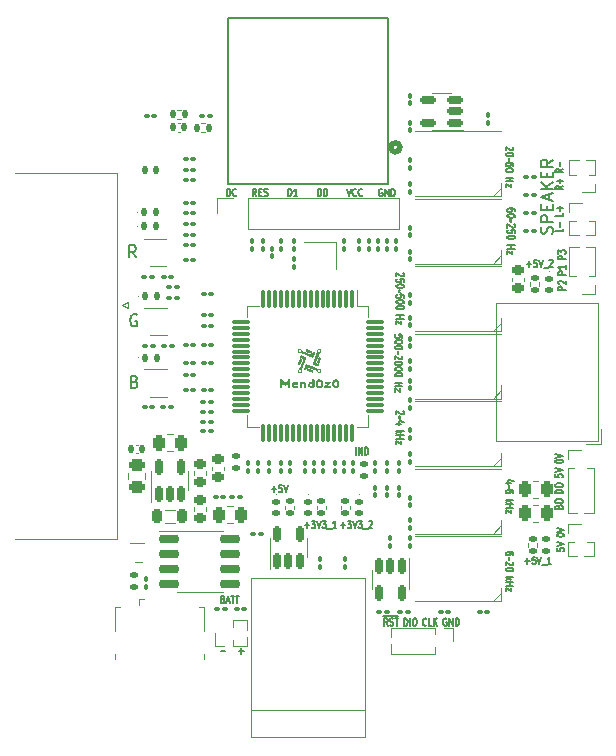
<source format=gto>
%TF.GenerationSoftware,KiCad,Pcbnew,(7.0.0)*%
%TF.CreationDate,2023-09-29T14:09:18-04:00*%
%TF.ProjectId,_HW_ToslinkToDMX,5f48575f-546f-4736-9c69-6e6b546f444d,rev?*%
%TF.SameCoordinates,Original*%
%TF.FileFunction,Legend,Top*%
%TF.FilePolarity,Positive*%
%FSLAX46Y46*%
G04 Gerber Fmt 4.6, Leading zero omitted, Abs format (unit mm)*
G04 Created by KiCad (PCBNEW (7.0.0)) date 2023-09-29 14:09:18*
%MOMM*%
%LPD*%
G01*
G04 APERTURE LIST*
G04 Aperture macros list*
%AMRoundRect*
0 Rectangle with rounded corners*
0 $1 Rounding radius*
0 $2 $3 $4 $5 $6 $7 $8 $9 X,Y pos of 4 corners*
0 Add a 4 corners polygon primitive as box body*
4,1,4,$2,$3,$4,$5,$6,$7,$8,$9,$2,$3,0*
0 Add four circle primitives for the rounded corners*
1,1,$1+$1,$2,$3*
1,1,$1+$1,$4,$5*
1,1,$1+$1,$6,$7*
1,1,$1+$1,$8,$9*
0 Add four rect primitives between the rounded corners*
20,1,$1+$1,$2,$3,$4,$5,0*
20,1,$1+$1,$4,$5,$6,$7,0*
20,1,$1+$1,$6,$7,$8,$9,0*
20,1,$1+$1,$8,$9,$2,$3,0*%
G04 Aperture macros list end*
%ADD10C,0.127000*%
%ADD11C,0.150000*%
%ADD12C,0.120000*%
%ADD13C,0.100000*%
%ADD14C,0.152400*%
%ADD15C,0.508000*%
%ADD16RoundRect,0.135000X-0.185000X0.135000X-0.185000X-0.135000X0.185000X-0.135000X0.185000X0.135000X0*%
%ADD17R,0.900000X0.800000*%
%ADD18RoundRect,0.100000X0.130000X0.100000X-0.130000X0.100000X-0.130000X-0.100000X0.130000X-0.100000X0*%
%ADD19RoundRect,0.250000X-0.262500X-0.450000X0.262500X-0.450000X0.262500X0.450000X-0.262500X0.450000X0*%
%ADD20RoundRect,0.100000X-0.130000X-0.100000X0.130000X-0.100000X0.130000X0.100000X-0.130000X0.100000X0*%
%ADD21C,4.000000*%
%ADD22R,1.600000X1.600000*%
%ADD23C,1.600000*%
%ADD24RoundRect,0.147500X-0.172500X0.147500X-0.172500X-0.147500X0.172500X-0.147500X0.172500X0.147500X0*%
%ADD25R,0.400000X1.350000*%
%ADD26O,0.890000X1.550000*%
%ADD27R,1.200000X1.550000*%
%ADD28O,1.250000X0.950000*%
%ADD29R,1.500000X1.550000*%
%ADD30C,3.600000*%
%ADD31C,5.600000*%
%ADD32R,1.500000X0.900000*%
%ADD33R,1.700000X1.700000*%
%ADD34O,1.700000X1.700000*%
%ADD35RoundRect,0.100000X0.100000X-0.130000X0.100000X0.130000X-0.100000X0.130000X-0.100000X-0.130000X0*%
%ADD36RoundRect,0.100000X-0.100000X0.130000X-0.100000X-0.130000X0.100000X-0.130000X0.100000X0.130000X0*%
%ADD37R,1.000000X1.000000*%
%ADD38O,1.000000X1.000000*%
%ADD39RoundRect,0.075000X-0.075000X0.700000X-0.075000X-0.700000X0.075000X-0.700000X0.075000X0.700000X0*%
%ADD40RoundRect,0.075000X-0.700000X0.075000X-0.700000X-0.075000X0.700000X-0.075000X0.700000X0.075000X0*%
%ADD41C,1.473200*%
%ADD42C,1.574800*%
%ADD43RoundRect,0.140000X-0.140000X-0.170000X0.140000X-0.170000X0.140000X0.170000X-0.140000X0.170000X0*%
%ADD44RoundRect,0.225000X-0.250000X0.225000X-0.250000X-0.225000X0.250000X-0.225000X0.250000X0.225000X0*%
%ADD45RoundRect,0.147500X-0.147500X-0.172500X0.147500X-0.172500X0.147500X0.172500X-0.147500X0.172500X0*%
%ADD46R,2.300000X1.500000*%
%ADD47O,2.300000X1.500000*%
%ADD48R,0.450000X0.400000*%
%ADD49R,0.450000X0.500000*%
%ADD50RoundRect,0.135000X-0.135000X-0.185000X0.135000X-0.185000X0.135000X0.185000X-0.135000X0.185000X0*%
%ADD51RoundRect,0.225000X0.250000X-0.225000X0.250000X0.225000X-0.250000X0.225000X-0.250000X-0.225000X0*%
%ADD52R,0.650000X0.400000*%
%ADD53RoundRect,0.250000X-0.450000X0.262500X-0.450000X-0.262500X0.450000X-0.262500X0.450000X0.262500X0*%
%ADD54RoundRect,0.150000X-0.150000X0.512500X-0.150000X-0.512500X0.150000X-0.512500X0.150000X0.512500X0*%
%ADD55RoundRect,0.243750X-0.243750X-0.456250X0.243750X-0.456250X0.243750X0.456250X-0.243750X0.456250X0*%
%ADD56RoundRect,0.150000X0.150000X-0.512500X0.150000X0.512500X-0.150000X0.512500X-0.150000X-0.512500X0*%
%ADD57C,1.750000*%
%ADD58C,1.524000*%
%ADD59RoundRect,0.243750X0.243750X0.456250X-0.243750X0.456250X-0.243750X-0.456250X0.243750X-0.456250X0*%
%ADD60RoundRect,0.218750X0.218750X0.381250X-0.218750X0.381250X-0.218750X-0.381250X0.218750X-0.381250X0*%
%ADD61C,1.000000*%
%ADD62RoundRect,0.150000X-0.725000X-0.150000X0.725000X-0.150000X0.725000X0.150000X-0.725000X0.150000X0*%
%ADD63RoundRect,0.140000X0.140000X0.170000X-0.140000X0.170000X-0.140000X-0.170000X0.140000X-0.170000X0*%
%ADD64RoundRect,0.150000X0.512500X0.150000X-0.512500X0.150000X-0.512500X-0.150000X0.512500X-0.150000X0*%
G04 APERTURE END LIST*
D10*
X144011952Y-127254907D02*
X144399000Y-127254907D01*
X144205476Y-127496811D02*
X144205476Y-127013002D01*
X144882809Y-126861811D02*
X144640904Y-126861811D01*
X144640904Y-126861811D02*
X144616713Y-127164192D01*
X144616713Y-127164192D02*
X144640904Y-127133954D01*
X144640904Y-127133954D02*
X144689285Y-127103716D01*
X144689285Y-127103716D02*
X144810237Y-127103716D01*
X144810237Y-127103716D02*
X144858618Y-127133954D01*
X144858618Y-127133954D02*
X144882809Y-127164192D01*
X144882809Y-127164192D02*
X144906999Y-127224669D01*
X144906999Y-127224669D02*
X144906999Y-127375859D01*
X144906999Y-127375859D02*
X144882809Y-127436335D01*
X144882809Y-127436335D02*
X144858618Y-127466573D01*
X144858618Y-127466573D02*
X144810237Y-127496811D01*
X144810237Y-127496811D02*
X144689285Y-127496811D01*
X144689285Y-127496811D02*
X144640904Y-127466573D01*
X144640904Y-127466573D02*
X144616713Y-127436335D01*
X145052142Y-126861811D02*
X145221476Y-127496811D01*
X145221476Y-127496811D02*
X145390809Y-126861811D01*
X145439191Y-127557288D02*
X145826238Y-127557288D01*
X145923000Y-126922288D02*
X145947191Y-126892050D01*
X145947191Y-126892050D02*
X145995572Y-126861811D01*
X145995572Y-126861811D02*
X146116524Y-126861811D01*
X146116524Y-126861811D02*
X146164905Y-126892050D01*
X146164905Y-126892050D02*
X146189096Y-126922288D01*
X146189096Y-126922288D02*
X146213286Y-126982764D01*
X146213286Y-126982764D02*
X146213286Y-127043240D01*
X146213286Y-127043240D02*
X146189096Y-127133954D01*
X146189096Y-127133954D02*
X145898810Y-127496811D01*
X145898810Y-127496811D02*
X146213286Y-127496811D01*
X142674521Y-145753666D02*
X142251188Y-145753666D01*
X142916426Y-145632714D02*
X142462854Y-145511761D01*
X142462854Y-145511761D02*
X142462854Y-145826238D01*
X142493092Y-145947190D02*
X142523330Y-145971381D01*
X142523330Y-145971381D02*
X142553569Y-146019762D01*
X142553569Y-146019762D02*
X142493092Y-146116524D01*
X142493092Y-146116524D02*
X142523330Y-146164905D01*
X142523330Y-146164905D02*
X142553569Y-146189095D01*
X142886188Y-146600333D02*
X142886188Y-146503571D01*
X142886188Y-146503571D02*
X142855950Y-146455190D01*
X142855950Y-146455190D02*
X142825711Y-146431000D01*
X142825711Y-146431000D02*
X142734997Y-146382619D01*
X142734997Y-146382619D02*
X142614045Y-146358428D01*
X142614045Y-146358428D02*
X142372140Y-146358428D01*
X142372140Y-146358428D02*
X142311664Y-146382619D01*
X142311664Y-146382619D02*
X142281426Y-146406809D01*
X142281426Y-146406809D02*
X142251188Y-146455190D01*
X142251188Y-146455190D02*
X142251188Y-146551952D01*
X142251188Y-146551952D02*
X142281426Y-146600333D01*
X142281426Y-146600333D02*
X142311664Y-146624524D01*
X142311664Y-146624524D02*
X142372140Y-146648714D01*
X142372140Y-146648714D02*
X142523330Y-146648714D01*
X142523330Y-146648714D02*
X142583807Y-146624524D01*
X142583807Y-146624524D02*
X142614045Y-146600333D01*
X142614045Y-146600333D02*
X142644283Y-146551952D01*
X142644283Y-146551952D02*
X142644283Y-146455190D01*
X142644283Y-146455190D02*
X142614045Y-146406809D01*
X142614045Y-146406809D02*
X142583807Y-146382619D01*
X142583807Y-146382619D02*
X142523330Y-146358428D01*
X142251188Y-147171229D02*
X142886188Y-147171229D01*
X142493092Y-147219610D02*
X142251188Y-147364753D01*
X142674521Y-147364753D02*
X142432616Y-147171229D01*
X142251188Y-147582467D02*
X142886188Y-147582467D01*
X142583807Y-147582467D02*
X142583807Y-147872753D01*
X142251188Y-147872753D02*
X142886188Y-147872753D01*
X142674521Y-148066276D02*
X142674521Y-148332371D01*
X142674521Y-148332371D02*
X142251188Y-148066276D01*
X142251188Y-148066276D02*
X142251188Y-148332371D01*
X142825711Y-117317761D02*
X142855950Y-117341952D01*
X142855950Y-117341952D02*
X142886188Y-117390333D01*
X142886188Y-117390333D02*
X142886188Y-117511285D01*
X142886188Y-117511285D02*
X142855950Y-117559666D01*
X142855950Y-117559666D02*
X142825711Y-117583857D01*
X142825711Y-117583857D02*
X142765235Y-117608047D01*
X142765235Y-117608047D02*
X142704759Y-117608047D01*
X142704759Y-117608047D02*
X142614045Y-117583857D01*
X142614045Y-117583857D02*
X142251188Y-117293571D01*
X142251188Y-117293571D02*
X142251188Y-117608047D01*
X142886188Y-117922524D02*
X142886188Y-117970905D01*
X142886188Y-117970905D02*
X142855950Y-118019286D01*
X142855950Y-118019286D02*
X142825711Y-118043476D01*
X142825711Y-118043476D02*
X142765235Y-118067667D01*
X142765235Y-118067667D02*
X142644283Y-118091857D01*
X142644283Y-118091857D02*
X142493092Y-118091857D01*
X142493092Y-118091857D02*
X142372140Y-118067667D01*
X142372140Y-118067667D02*
X142311664Y-118043476D01*
X142311664Y-118043476D02*
X142281426Y-118019286D01*
X142281426Y-118019286D02*
X142251188Y-117970905D01*
X142251188Y-117970905D02*
X142251188Y-117922524D01*
X142251188Y-117922524D02*
X142281426Y-117874143D01*
X142281426Y-117874143D02*
X142311664Y-117849952D01*
X142311664Y-117849952D02*
X142372140Y-117825762D01*
X142372140Y-117825762D02*
X142493092Y-117801571D01*
X142493092Y-117801571D02*
X142644283Y-117801571D01*
X142644283Y-117801571D02*
X142765235Y-117825762D01*
X142765235Y-117825762D02*
X142825711Y-117849952D01*
X142825711Y-117849952D02*
X142855950Y-117874143D01*
X142855950Y-117874143D02*
X142886188Y-117922524D01*
X142493092Y-118237000D02*
X142523330Y-118261191D01*
X142523330Y-118261191D02*
X142553569Y-118309572D01*
X142553569Y-118309572D02*
X142493092Y-118406334D01*
X142493092Y-118406334D02*
X142523330Y-118454715D01*
X142523330Y-118454715D02*
X142553569Y-118478905D01*
X142886188Y-118890143D02*
X142886188Y-118793381D01*
X142886188Y-118793381D02*
X142855950Y-118745000D01*
X142855950Y-118745000D02*
X142825711Y-118720810D01*
X142825711Y-118720810D02*
X142734997Y-118672429D01*
X142734997Y-118672429D02*
X142614045Y-118648238D01*
X142614045Y-118648238D02*
X142372140Y-118648238D01*
X142372140Y-118648238D02*
X142311664Y-118672429D01*
X142311664Y-118672429D02*
X142281426Y-118696619D01*
X142281426Y-118696619D02*
X142251188Y-118745000D01*
X142251188Y-118745000D02*
X142251188Y-118841762D01*
X142251188Y-118841762D02*
X142281426Y-118890143D01*
X142281426Y-118890143D02*
X142311664Y-118914334D01*
X142311664Y-118914334D02*
X142372140Y-118938524D01*
X142372140Y-118938524D02*
X142523330Y-118938524D01*
X142523330Y-118938524D02*
X142583807Y-118914334D01*
X142583807Y-118914334D02*
X142614045Y-118890143D01*
X142614045Y-118890143D02*
X142644283Y-118841762D01*
X142644283Y-118841762D02*
X142644283Y-118745000D01*
X142644283Y-118745000D02*
X142614045Y-118696619D01*
X142614045Y-118696619D02*
X142583807Y-118672429D01*
X142583807Y-118672429D02*
X142523330Y-118648238D01*
X142886188Y-119253001D02*
X142886188Y-119301382D01*
X142886188Y-119301382D02*
X142855950Y-119349763D01*
X142855950Y-119349763D02*
X142825711Y-119373953D01*
X142825711Y-119373953D02*
X142765235Y-119398144D01*
X142765235Y-119398144D02*
X142644283Y-119422334D01*
X142644283Y-119422334D02*
X142493092Y-119422334D01*
X142493092Y-119422334D02*
X142372140Y-119398144D01*
X142372140Y-119398144D02*
X142311664Y-119373953D01*
X142311664Y-119373953D02*
X142281426Y-119349763D01*
X142281426Y-119349763D02*
X142251188Y-119301382D01*
X142251188Y-119301382D02*
X142251188Y-119253001D01*
X142251188Y-119253001D02*
X142281426Y-119204620D01*
X142281426Y-119204620D02*
X142311664Y-119180429D01*
X142311664Y-119180429D02*
X142372140Y-119156239D01*
X142372140Y-119156239D02*
X142493092Y-119132048D01*
X142493092Y-119132048D02*
X142644283Y-119132048D01*
X142644283Y-119132048D02*
X142765235Y-119156239D01*
X142765235Y-119156239D02*
X142825711Y-119180429D01*
X142825711Y-119180429D02*
X142855950Y-119204620D01*
X142855950Y-119204620D02*
X142886188Y-119253001D01*
X142251188Y-119944849D02*
X142886188Y-119944849D01*
X142583807Y-119944849D02*
X142583807Y-120235135D01*
X142251188Y-120235135D02*
X142886188Y-120235135D01*
X142674521Y-120428658D02*
X142674521Y-120694753D01*
X142674521Y-120694753D02*
X142251188Y-120428658D01*
X142251188Y-120428658D02*
X142251188Y-120694753D01*
X147054811Y-124224142D02*
X147054811Y-124466047D01*
X147054811Y-124466047D02*
X146419811Y-124466047D01*
X146812907Y-124054809D02*
X146812907Y-123667762D01*
X147054811Y-122879152D02*
X147054811Y-123121057D01*
X147054811Y-123121057D02*
X146419811Y-123121057D01*
X146812907Y-122709819D02*
X146812907Y-122322772D01*
X147054811Y-122516295D02*
X146571002Y-122516295D01*
X129533952Y-143371811D02*
X129533952Y-142736811D01*
X129775857Y-143371811D02*
X129775857Y-142736811D01*
X129775857Y-142736811D02*
X130066143Y-143371811D01*
X130066143Y-143371811D02*
X130066143Y-142736811D01*
X130308047Y-143371811D02*
X130308047Y-142736811D01*
X130308047Y-142736811D02*
X130428999Y-142736811D01*
X130428999Y-142736811D02*
X130501571Y-142767050D01*
X130501571Y-142767050D02*
X130549952Y-142827526D01*
X130549952Y-142827526D02*
X130574142Y-142888002D01*
X130574142Y-142888002D02*
X130598333Y-143008954D01*
X130598333Y-143008954D02*
X130598333Y-143099669D01*
X130598333Y-143099669D02*
X130574142Y-143220621D01*
X130574142Y-143220621D02*
X130549952Y-143281097D01*
X130549952Y-143281097D02*
X130501571Y-143341573D01*
X130501571Y-143341573D02*
X130428999Y-143371811D01*
X130428999Y-143371811D02*
X130308047Y-143371811D01*
X128263952Y-149352907D02*
X128651000Y-149352907D01*
X128457476Y-149594811D02*
X128457476Y-149111002D01*
X128844523Y-148959811D02*
X129158999Y-148959811D01*
X129158999Y-148959811D02*
X128989666Y-149201716D01*
X128989666Y-149201716D02*
X129062237Y-149201716D01*
X129062237Y-149201716D02*
X129110618Y-149231954D01*
X129110618Y-149231954D02*
X129134809Y-149262192D01*
X129134809Y-149262192D02*
X129158999Y-149322669D01*
X129158999Y-149322669D02*
X129158999Y-149473859D01*
X129158999Y-149473859D02*
X129134809Y-149534335D01*
X129134809Y-149534335D02*
X129110618Y-149564573D01*
X129110618Y-149564573D02*
X129062237Y-149594811D01*
X129062237Y-149594811D02*
X128917094Y-149594811D01*
X128917094Y-149594811D02*
X128868713Y-149564573D01*
X128868713Y-149564573D02*
X128844523Y-149534335D01*
X129304142Y-148959811D02*
X129473476Y-149594811D01*
X129473476Y-149594811D02*
X129642809Y-148959811D01*
X129763762Y-148959811D02*
X130078238Y-148959811D01*
X130078238Y-148959811D02*
X129908905Y-149201716D01*
X129908905Y-149201716D02*
X129981476Y-149201716D01*
X129981476Y-149201716D02*
X130029857Y-149231954D01*
X130029857Y-149231954D02*
X130054048Y-149262192D01*
X130054048Y-149262192D02*
X130078238Y-149322669D01*
X130078238Y-149322669D02*
X130078238Y-149473859D01*
X130078238Y-149473859D02*
X130054048Y-149534335D01*
X130054048Y-149534335D02*
X130029857Y-149564573D01*
X130029857Y-149564573D02*
X129981476Y-149594811D01*
X129981476Y-149594811D02*
X129836333Y-149594811D01*
X129836333Y-149594811D02*
X129787952Y-149564573D01*
X129787952Y-149564573D02*
X129763762Y-149534335D01*
X130175001Y-149655288D02*
X130562048Y-149655288D01*
X130658810Y-149020288D02*
X130683001Y-148990050D01*
X130683001Y-148990050D02*
X130731382Y-148959811D01*
X130731382Y-148959811D02*
X130852334Y-148959811D01*
X130852334Y-148959811D02*
X130900715Y-148990050D01*
X130900715Y-148990050D02*
X130924906Y-149020288D01*
X130924906Y-149020288D02*
X130949096Y-149080764D01*
X130949096Y-149080764D02*
X130949096Y-149141240D01*
X130949096Y-149141240D02*
X130924906Y-149231954D01*
X130924906Y-149231954D02*
X130634620Y-149594811D01*
X130634620Y-149594811D02*
X130949096Y-149594811D01*
D11*
X110807428Y-137180571D02*
X110950285Y-137228190D01*
X110950285Y-137228190D02*
X110997904Y-137275809D01*
X110997904Y-137275809D02*
X111045523Y-137371047D01*
X111045523Y-137371047D02*
X111045523Y-137513904D01*
X111045523Y-137513904D02*
X110997904Y-137609142D01*
X110997904Y-137609142D02*
X110950285Y-137656761D01*
X110950285Y-137656761D02*
X110855047Y-137704380D01*
X110855047Y-137704380D02*
X110474095Y-137704380D01*
X110474095Y-137704380D02*
X110474095Y-136704380D01*
X110474095Y-136704380D02*
X110807428Y-136704380D01*
X110807428Y-136704380D02*
X110902666Y-136752000D01*
X110902666Y-136752000D02*
X110950285Y-136799619D01*
X110950285Y-136799619D02*
X110997904Y-136894857D01*
X110997904Y-136894857D02*
X110997904Y-136990095D01*
X110997904Y-136990095D02*
X110950285Y-137085333D01*
X110950285Y-137085333D02*
X110902666Y-137132952D01*
X110902666Y-137132952D02*
X110807428Y-137180571D01*
X110807428Y-137180571D02*
X110474095Y-137180571D01*
D10*
X118273285Y-155612192D02*
X118345857Y-155642430D01*
X118345857Y-155642430D02*
X118370047Y-155672669D01*
X118370047Y-155672669D02*
X118394238Y-155733145D01*
X118394238Y-155733145D02*
X118394238Y-155823859D01*
X118394238Y-155823859D02*
X118370047Y-155884335D01*
X118370047Y-155884335D02*
X118345857Y-155914573D01*
X118345857Y-155914573D02*
X118297476Y-155944811D01*
X118297476Y-155944811D02*
X118103952Y-155944811D01*
X118103952Y-155944811D02*
X118103952Y-155309811D01*
X118103952Y-155309811D02*
X118273285Y-155309811D01*
X118273285Y-155309811D02*
X118321666Y-155340050D01*
X118321666Y-155340050D02*
X118345857Y-155370288D01*
X118345857Y-155370288D02*
X118370047Y-155430764D01*
X118370047Y-155430764D02*
X118370047Y-155491240D01*
X118370047Y-155491240D02*
X118345857Y-155551716D01*
X118345857Y-155551716D02*
X118321666Y-155581954D01*
X118321666Y-155581954D02*
X118273285Y-155612192D01*
X118273285Y-155612192D02*
X118103952Y-155612192D01*
X118587761Y-155763383D02*
X118829666Y-155763383D01*
X118539380Y-155944811D02*
X118708714Y-155309811D01*
X118708714Y-155309811D02*
X118878047Y-155944811D01*
X118974809Y-155309811D02*
X119265095Y-155309811D01*
X119119952Y-155944811D02*
X119119952Y-155309811D01*
X119361857Y-155309811D02*
X119652143Y-155309811D01*
X119507000Y-155944811D02*
X119507000Y-155309811D01*
X133554711Y-127985761D02*
X133584950Y-128009952D01*
X133584950Y-128009952D02*
X133615188Y-128058333D01*
X133615188Y-128058333D02*
X133615188Y-128179285D01*
X133615188Y-128179285D02*
X133584950Y-128227666D01*
X133584950Y-128227666D02*
X133554711Y-128251857D01*
X133554711Y-128251857D02*
X133494235Y-128276047D01*
X133494235Y-128276047D02*
X133433759Y-128276047D01*
X133433759Y-128276047D02*
X133343045Y-128251857D01*
X133343045Y-128251857D02*
X132980188Y-127961571D01*
X132980188Y-127961571D02*
X132980188Y-128276047D01*
X133615188Y-128735667D02*
X133615188Y-128493762D01*
X133615188Y-128493762D02*
X133312807Y-128469571D01*
X133312807Y-128469571D02*
X133343045Y-128493762D01*
X133343045Y-128493762D02*
X133373283Y-128542143D01*
X133373283Y-128542143D02*
X133373283Y-128663095D01*
X133373283Y-128663095D02*
X133343045Y-128711476D01*
X133343045Y-128711476D02*
X133312807Y-128735667D01*
X133312807Y-128735667D02*
X133252330Y-128759857D01*
X133252330Y-128759857D02*
X133101140Y-128759857D01*
X133101140Y-128759857D02*
X133040664Y-128735667D01*
X133040664Y-128735667D02*
X133010426Y-128711476D01*
X133010426Y-128711476D02*
X132980188Y-128663095D01*
X132980188Y-128663095D02*
X132980188Y-128542143D01*
X132980188Y-128542143D02*
X133010426Y-128493762D01*
X133010426Y-128493762D02*
X133040664Y-128469571D01*
X133615188Y-129074334D02*
X133615188Y-129122715D01*
X133615188Y-129122715D02*
X133584950Y-129171096D01*
X133584950Y-129171096D02*
X133554711Y-129195286D01*
X133554711Y-129195286D02*
X133494235Y-129219477D01*
X133494235Y-129219477D02*
X133373283Y-129243667D01*
X133373283Y-129243667D02*
X133222092Y-129243667D01*
X133222092Y-129243667D02*
X133101140Y-129219477D01*
X133101140Y-129219477D02*
X133040664Y-129195286D01*
X133040664Y-129195286D02*
X133010426Y-129171096D01*
X133010426Y-129171096D02*
X132980188Y-129122715D01*
X132980188Y-129122715D02*
X132980188Y-129074334D01*
X132980188Y-129074334D02*
X133010426Y-129025953D01*
X133010426Y-129025953D02*
X133040664Y-129001762D01*
X133040664Y-129001762D02*
X133101140Y-128977572D01*
X133101140Y-128977572D02*
X133222092Y-128953381D01*
X133222092Y-128953381D02*
X133373283Y-128953381D01*
X133373283Y-128953381D02*
X133494235Y-128977572D01*
X133494235Y-128977572D02*
X133554711Y-129001762D01*
X133554711Y-129001762D02*
X133584950Y-129025953D01*
X133584950Y-129025953D02*
X133615188Y-129074334D01*
X133222092Y-129388810D02*
X133252330Y-129413001D01*
X133252330Y-129413001D02*
X133282569Y-129461382D01*
X133282569Y-129461382D02*
X133222092Y-129558144D01*
X133222092Y-129558144D02*
X133252330Y-129606525D01*
X133252330Y-129606525D02*
X133282569Y-129630715D01*
X133615188Y-130066144D02*
X133615188Y-129824239D01*
X133615188Y-129824239D02*
X133312807Y-129800048D01*
X133312807Y-129800048D02*
X133343045Y-129824239D01*
X133343045Y-129824239D02*
X133373283Y-129872620D01*
X133373283Y-129872620D02*
X133373283Y-129993572D01*
X133373283Y-129993572D02*
X133343045Y-130041953D01*
X133343045Y-130041953D02*
X133312807Y-130066144D01*
X133312807Y-130066144D02*
X133252330Y-130090334D01*
X133252330Y-130090334D02*
X133101140Y-130090334D01*
X133101140Y-130090334D02*
X133040664Y-130066144D01*
X133040664Y-130066144D02*
X133010426Y-130041953D01*
X133010426Y-130041953D02*
X132980188Y-129993572D01*
X132980188Y-129993572D02*
X132980188Y-129872620D01*
X132980188Y-129872620D02*
X133010426Y-129824239D01*
X133010426Y-129824239D02*
X133040664Y-129800048D01*
X133615188Y-130404811D02*
X133615188Y-130453192D01*
X133615188Y-130453192D02*
X133584950Y-130501573D01*
X133584950Y-130501573D02*
X133554711Y-130525763D01*
X133554711Y-130525763D02*
X133494235Y-130549954D01*
X133494235Y-130549954D02*
X133373283Y-130574144D01*
X133373283Y-130574144D02*
X133222092Y-130574144D01*
X133222092Y-130574144D02*
X133101140Y-130549954D01*
X133101140Y-130549954D02*
X133040664Y-130525763D01*
X133040664Y-130525763D02*
X133010426Y-130501573D01*
X133010426Y-130501573D02*
X132980188Y-130453192D01*
X132980188Y-130453192D02*
X132980188Y-130404811D01*
X132980188Y-130404811D02*
X133010426Y-130356430D01*
X133010426Y-130356430D02*
X133040664Y-130332239D01*
X133040664Y-130332239D02*
X133101140Y-130308049D01*
X133101140Y-130308049D02*
X133222092Y-130283858D01*
X133222092Y-130283858D02*
X133373283Y-130283858D01*
X133373283Y-130283858D02*
X133494235Y-130308049D01*
X133494235Y-130308049D02*
X133554711Y-130332239D01*
X133554711Y-130332239D02*
X133584950Y-130356430D01*
X133584950Y-130356430D02*
X133615188Y-130404811D01*
X133615188Y-130888621D02*
X133615188Y-130937002D01*
X133615188Y-130937002D02*
X133584950Y-130985383D01*
X133584950Y-130985383D02*
X133554711Y-131009573D01*
X133554711Y-131009573D02*
X133494235Y-131033764D01*
X133494235Y-131033764D02*
X133373283Y-131057954D01*
X133373283Y-131057954D02*
X133222092Y-131057954D01*
X133222092Y-131057954D02*
X133101140Y-131033764D01*
X133101140Y-131033764D02*
X133040664Y-131009573D01*
X133040664Y-131009573D02*
X133010426Y-130985383D01*
X133010426Y-130985383D02*
X132980188Y-130937002D01*
X132980188Y-130937002D02*
X132980188Y-130888621D01*
X132980188Y-130888621D02*
X133010426Y-130840240D01*
X133010426Y-130840240D02*
X133040664Y-130816049D01*
X133040664Y-130816049D02*
X133101140Y-130791859D01*
X133101140Y-130791859D02*
X133222092Y-130767668D01*
X133222092Y-130767668D02*
X133373283Y-130767668D01*
X133373283Y-130767668D02*
X133494235Y-130791859D01*
X133494235Y-130791859D02*
X133554711Y-130816049D01*
X133554711Y-130816049D02*
X133584950Y-130840240D01*
X133584950Y-130840240D02*
X133615188Y-130888621D01*
X132980188Y-131580469D02*
X133615188Y-131580469D01*
X133312807Y-131580469D02*
X133312807Y-131870755D01*
X132980188Y-131870755D02*
X133615188Y-131870755D01*
X133403521Y-132064278D02*
X133403521Y-132330373D01*
X133403521Y-132330373D02*
X132980188Y-132064278D01*
X132980188Y-132064278D02*
X132980188Y-132330373D01*
X147054811Y-120619761D02*
X146752430Y-120789095D01*
X147054811Y-120910047D02*
X146419811Y-120910047D01*
X146419811Y-120910047D02*
X146419811Y-120716523D01*
X146419811Y-120716523D02*
X146450050Y-120668142D01*
X146450050Y-120668142D02*
X146480288Y-120643952D01*
X146480288Y-120643952D02*
X146540764Y-120619761D01*
X146540764Y-120619761D02*
X146631478Y-120619761D01*
X146631478Y-120619761D02*
X146691954Y-120643952D01*
X146691954Y-120643952D02*
X146722192Y-120668142D01*
X146722192Y-120668142D02*
X146752430Y-120716523D01*
X146752430Y-120716523D02*
X146752430Y-120910047D01*
X146812907Y-120402047D02*
X146812907Y-120015000D01*
X147054811Y-120208523D02*
X146571002Y-120208523D01*
X147054811Y-119178009D02*
X146752430Y-119347343D01*
X147054811Y-119468295D02*
X146419811Y-119468295D01*
X146419811Y-119468295D02*
X146419811Y-119274771D01*
X146419811Y-119274771D02*
X146450050Y-119226390D01*
X146450050Y-119226390D02*
X146480288Y-119202200D01*
X146480288Y-119202200D02*
X146540764Y-119178009D01*
X146540764Y-119178009D02*
X146631478Y-119178009D01*
X146631478Y-119178009D02*
X146691954Y-119202200D01*
X146691954Y-119202200D02*
X146722192Y-119226390D01*
X146722192Y-119226390D02*
X146752430Y-119274771D01*
X146752430Y-119274771D02*
X146752430Y-119468295D01*
X146812907Y-118960295D02*
X146812907Y-118573248D01*
X147308811Y-129419047D02*
X146673811Y-129419047D01*
X146673811Y-129419047D02*
X146673811Y-129225523D01*
X146673811Y-129225523D02*
X146704050Y-129177142D01*
X146704050Y-129177142D02*
X146734288Y-129152952D01*
X146734288Y-129152952D02*
X146794764Y-129128761D01*
X146794764Y-129128761D02*
X146885478Y-129128761D01*
X146885478Y-129128761D02*
X146945954Y-129152952D01*
X146945954Y-129152952D02*
X146976192Y-129177142D01*
X146976192Y-129177142D02*
X147006430Y-129225523D01*
X147006430Y-129225523D02*
X147006430Y-129419047D01*
X146734288Y-128935238D02*
X146704050Y-128911047D01*
X146704050Y-128911047D02*
X146673811Y-128862666D01*
X146673811Y-128862666D02*
X146673811Y-128741714D01*
X146673811Y-128741714D02*
X146704050Y-128693333D01*
X146704050Y-128693333D02*
X146734288Y-128669142D01*
X146734288Y-128669142D02*
X146794764Y-128644952D01*
X146794764Y-128644952D02*
X146855240Y-128644952D01*
X146855240Y-128644952D02*
X146945954Y-128669142D01*
X146945954Y-128669142D02*
X147308811Y-128959428D01*
X147308811Y-128959428D02*
X147308811Y-128644952D01*
X147308811Y-128122437D02*
X146673811Y-128122437D01*
X146673811Y-128122437D02*
X146673811Y-127928913D01*
X146673811Y-127928913D02*
X146704050Y-127880532D01*
X146704050Y-127880532D02*
X146734288Y-127856342D01*
X146734288Y-127856342D02*
X146794764Y-127832151D01*
X146794764Y-127832151D02*
X146885478Y-127832151D01*
X146885478Y-127832151D02*
X146945954Y-127856342D01*
X146945954Y-127856342D02*
X146976192Y-127880532D01*
X146976192Y-127880532D02*
X147006430Y-127928913D01*
X147006430Y-127928913D02*
X147006430Y-128122437D01*
X147308811Y-127348342D02*
X147308811Y-127638628D01*
X147308811Y-127493485D02*
X146673811Y-127493485D01*
X146673811Y-127493485D02*
X146764526Y-127541866D01*
X146764526Y-127541866D02*
X146825002Y-127590247D01*
X146825002Y-127590247D02*
X146855240Y-127638628D01*
X147308811Y-126825827D02*
X146673811Y-126825827D01*
X146673811Y-126825827D02*
X146673811Y-126632303D01*
X146673811Y-126632303D02*
X146704050Y-126583922D01*
X146704050Y-126583922D02*
X146734288Y-126559732D01*
X146734288Y-126559732D02*
X146794764Y-126535541D01*
X146794764Y-126535541D02*
X146885478Y-126535541D01*
X146885478Y-126535541D02*
X146945954Y-126559732D01*
X146945954Y-126559732D02*
X146976192Y-126583922D01*
X146976192Y-126583922D02*
X147006430Y-126632303D01*
X147006430Y-126632303D02*
X147006430Y-126825827D01*
X146673811Y-126366208D02*
X146673811Y-126051732D01*
X146673811Y-126051732D02*
X146915716Y-126221065D01*
X146915716Y-126221065D02*
X146915716Y-126148494D01*
X146915716Y-126148494D02*
X146945954Y-126100113D01*
X146945954Y-126100113D02*
X146976192Y-126075922D01*
X146976192Y-126075922D02*
X147036669Y-126051732D01*
X147036669Y-126051732D02*
X147187859Y-126051732D01*
X147187859Y-126051732D02*
X147248335Y-126075922D01*
X147248335Y-126075922D02*
X147278573Y-126100113D01*
X147278573Y-126100113D02*
X147308811Y-126148494D01*
X147308811Y-126148494D02*
X147308811Y-126293637D01*
X147308811Y-126293637D02*
X147278573Y-126342018D01*
X147278573Y-126342018D02*
X147248335Y-126366208D01*
X125215952Y-149352907D02*
X125603000Y-149352907D01*
X125409476Y-149594811D02*
X125409476Y-149111002D01*
X125796523Y-148959811D02*
X126110999Y-148959811D01*
X126110999Y-148959811D02*
X125941666Y-149201716D01*
X125941666Y-149201716D02*
X126014237Y-149201716D01*
X126014237Y-149201716D02*
X126062618Y-149231954D01*
X126062618Y-149231954D02*
X126086809Y-149262192D01*
X126086809Y-149262192D02*
X126110999Y-149322669D01*
X126110999Y-149322669D02*
X126110999Y-149473859D01*
X126110999Y-149473859D02*
X126086809Y-149534335D01*
X126086809Y-149534335D02*
X126062618Y-149564573D01*
X126062618Y-149564573D02*
X126014237Y-149594811D01*
X126014237Y-149594811D02*
X125869094Y-149594811D01*
X125869094Y-149594811D02*
X125820713Y-149564573D01*
X125820713Y-149564573D02*
X125796523Y-149534335D01*
X126256142Y-148959811D02*
X126425476Y-149594811D01*
X126425476Y-149594811D02*
X126594809Y-148959811D01*
X126715762Y-148959811D02*
X127030238Y-148959811D01*
X127030238Y-148959811D02*
X126860905Y-149201716D01*
X126860905Y-149201716D02*
X126933476Y-149201716D01*
X126933476Y-149201716D02*
X126981857Y-149231954D01*
X126981857Y-149231954D02*
X127006048Y-149262192D01*
X127006048Y-149262192D02*
X127030238Y-149322669D01*
X127030238Y-149322669D02*
X127030238Y-149473859D01*
X127030238Y-149473859D02*
X127006048Y-149534335D01*
X127006048Y-149534335D02*
X126981857Y-149564573D01*
X126981857Y-149564573D02*
X126933476Y-149594811D01*
X126933476Y-149594811D02*
X126788333Y-149594811D01*
X126788333Y-149594811D02*
X126739952Y-149564573D01*
X126739952Y-149564573D02*
X126715762Y-149534335D01*
X127127001Y-149655288D02*
X127514048Y-149655288D01*
X127901096Y-149594811D02*
X127610810Y-149594811D01*
X127755953Y-149594811D02*
X127755953Y-148959811D01*
X127755953Y-148959811D02*
X127707572Y-149050526D01*
X127707572Y-149050526D02*
X127659191Y-149111002D01*
X127659191Y-149111002D02*
X127610810Y-149141240D01*
D11*
X146165761Y-124650523D02*
X146213380Y-124507666D01*
X146213380Y-124507666D02*
X146213380Y-124269571D01*
X146213380Y-124269571D02*
X146165761Y-124174333D01*
X146165761Y-124174333D02*
X146118142Y-124126714D01*
X146118142Y-124126714D02*
X146022904Y-124079095D01*
X146022904Y-124079095D02*
X145927666Y-124079095D01*
X145927666Y-124079095D02*
X145832428Y-124126714D01*
X145832428Y-124126714D02*
X145784809Y-124174333D01*
X145784809Y-124174333D02*
X145737190Y-124269571D01*
X145737190Y-124269571D02*
X145689571Y-124460047D01*
X145689571Y-124460047D02*
X145641952Y-124555285D01*
X145641952Y-124555285D02*
X145594333Y-124602904D01*
X145594333Y-124602904D02*
X145499095Y-124650523D01*
X145499095Y-124650523D02*
X145403857Y-124650523D01*
X145403857Y-124650523D02*
X145308619Y-124602904D01*
X145308619Y-124602904D02*
X145261000Y-124555285D01*
X145261000Y-124555285D02*
X145213380Y-124460047D01*
X145213380Y-124460047D02*
X145213380Y-124221952D01*
X145213380Y-124221952D02*
X145261000Y-124079095D01*
X146213380Y-123650523D02*
X145213380Y-123650523D01*
X145213380Y-123650523D02*
X145213380Y-123269571D01*
X145213380Y-123269571D02*
X145261000Y-123174333D01*
X145261000Y-123174333D02*
X145308619Y-123126714D01*
X145308619Y-123126714D02*
X145403857Y-123079095D01*
X145403857Y-123079095D02*
X145546714Y-123079095D01*
X145546714Y-123079095D02*
X145641952Y-123126714D01*
X145641952Y-123126714D02*
X145689571Y-123174333D01*
X145689571Y-123174333D02*
X145737190Y-123269571D01*
X145737190Y-123269571D02*
X145737190Y-123650523D01*
X145689571Y-122650523D02*
X145689571Y-122317190D01*
X146213380Y-122174333D02*
X146213380Y-122650523D01*
X146213380Y-122650523D02*
X145213380Y-122650523D01*
X145213380Y-122650523D02*
X145213380Y-122174333D01*
X145927666Y-121793380D02*
X145927666Y-121317190D01*
X146213380Y-121888618D02*
X145213380Y-121555285D01*
X145213380Y-121555285D02*
X146213380Y-121221952D01*
X146213380Y-120888618D02*
X145213380Y-120888618D01*
X146213380Y-120317190D02*
X145641952Y-120745761D01*
X145213380Y-120317190D02*
X145784809Y-120888618D01*
X145689571Y-119888618D02*
X145689571Y-119555285D01*
X146213380Y-119412428D02*
X146213380Y-119888618D01*
X146213380Y-119888618D02*
X145213380Y-119888618D01*
X145213380Y-119888618D02*
X145213380Y-119412428D01*
X146213380Y-118412428D02*
X145737190Y-118745761D01*
X146213380Y-118983856D02*
X145213380Y-118983856D01*
X145213380Y-118983856D02*
X145213380Y-118602904D01*
X145213380Y-118602904D02*
X145261000Y-118507666D01*
X145261000Y-118507666D02*
X145308619Y-118460047D01*
X145308619Y-118460047D02*
X145403857Y-118412428D01*
X145403857Y-118412428D02*
X145546714Y-118412428D01*
X145546714Y-118412428D02*
X145641952Y-118460047D01*
X145641952Y-118460047D02*
X145689571Y-118507666D01*
X145689571Y-118507666D02*
X145737190Y-118602904D01*
X145737190Y-118602904D02*
X145737190Y-118983856D01*
X110918523Y-126655380D02*
X110585190Y-126179190D01*
X110347095Y-126655380D02*
X110347095Y-125655380D01*
X110347095Y-125655380D02*
X110728047Y-125655380D01*
X110728047Y-125655380D02*
X110823285Y-125703000D01*
X110823285Y-125703000D02*
X110870904Y-125750619D01*
X110870904Y-125750619D02*
X110918523Y-125845857D01*
X110918523Y-125845857D02*
X110918523Y-125988714D01*
X110918523Y-125988714D02*
X110870904Y-126083952D01*
X110870904Y-126083952D02*
X110823285Y-126131571D01*
X110823285Y-126131571D02*
X110728047Y-126179190D01*
X110728047Y-126179190D02*
X110347095Y-126179190D01*
D10*
X143884952Y-152400907D02*
X144272000Y-152400907D01*
X144078476Y-152642811D02*
X144078476Y-152159002D01*
X144755809Y-152007811D02*
X144513904Y-152007811D01*
X144513904Y-152007811D02*
X144489713Y-152310192D01*
X144489713Y-152310192D02*
X144513904Y-152279954D01*
X144513904Y-152279954D02*
X144562285Y-152249716D01*
X144562285Y-152249716D02*
X144683237Y-152249716D01*
X144683237Y-152249716D02*
X144731618Y-152279954D01*
X144731618Y-152279954D02*
X144755809Y-152310192D01*
X144755809Y-152310192D02*
X144779999Y-152370669D01*
X144779999Y-152370669D02*
X144779999Y-152521859D01*
X144779999Y-152521859D02*
X144755809Y-152582335D01*
X144755809Y-152582335D02*
X144731618Y-152612573D01*
X144731618Y-152612573D02*
X144683237Y-152642811D01*
X144683237Y-152642811D02*
X144562285Y-152642811D01*
X144562285Y-152642811D02*
X144513904Y-152612573D01*
X144513904Y-152612573D02*
X144489713Y-152582335D01*
X144925142Y-152007811D02*
X145094476Y-152642811D01*
X145094476Y-152642811D02*
X145263809Y-152007811D01*
X145312191Y-152703288D02*
X145699238Y-152703288D01*
X146086286Y-152642811D02*
X145796000Y-152642811D01*
X145941143Y-152642811D02*
X145941143Y-152007811D01*
X145941143Y-152007811D02*
X145892762Y-152098526D01*
X145892762Y-152098526D02*
X145844381Y-152159002D01*
X145844381Y-152159002D02*
X145796000Y-152189240D01*
X146546811Y-151275142D02*
X146546811Y-151517047D01*
X146546811Y-151517047D02*
X146849192Y-151541238D01*
X146849192Y-151541238D02*
X146818954Y-151517047D01*
X146818954Y-151517047D02*
X146788716Y-151468666D01*
X146788716Y-151468666D02*
X146788716Y-151347714D01*
X146788716Y-151347714D02*
X146818954Y-151299333D01*
X146818954Y-151299333D02*
X146849192Y-151275142D01*
X146849192Y-151275142D02*
X146909669Y-151250952D01*
X146909669Y-151250952D02*
X147060859Y-151250952D01*
X147060859Y-151250952D02*
X147121335Y-151275142D01*
X147121335Y-151275142D02*
X147151573Y-151299333D01*
X147151573Y-151299333D02*
X147181811Y-151347714D01*
X147181811Y-151347714D02*
X147181811Y-151468666D01*
X147181811Y-151468666D02*
X147151573Y-151517047D01*
X147151573Y-151517047D02*
X147121335Y-151541238D01*
X146546811Y-151105809D02*
X147181811Y-150936475D01*
X147181811Y-150936475D02*
X146546811Y-150767142D01*
X146546811Y-150196246D02*
X146546811Y-150147865D01*
X146546811Y-150147865D02*
X146577050Y-150099484D01*
X146577050Y-150099484D02*
X146607288Y-150075294D01*
X146607288Y-150075294D02*
X146667764Y-150051103D01*
X146667764Y-150051103D02*
X146788716Y-150026913D01*
X146788716Y-150026913D02*
X146939907Y-150026913D01*
X146939907Y-150026913D02*
X147060859Y-150051103D01*
X147060859Y-150051103D02*
X147121335Y-150075294D01*
X147121335Y-150075294D02*
X147151573Y-150099484D01*
X147151573Y-150099484D02*
X147181811Y-150147865D01*
X147181811Y-150147865D02*
X147181811Y-150196246D01*
X147181811Y-150196246D02*
X147151573Y-150244627D01*
X147151573Y-150244627D02*
X147121335Y-150268818D01*
X147121335Y-150268818D02*
X147060859Y-150293008D01*
X147060859Y-150293008D02*
X146939907Y-150317199D01*
X146939907Y-150317199D02*
X146788716Y-150317199D01*
X146788716Y-150317199D02*
X146667764Y-150293008D01*
X146667764Y-150293008D02*
X146607288Y-150268818D01*
X146607288Y-150268818D02*
X146577050Y-150244627D01*
X146577050Y-150244627D02*
X146546811Y-150196246D01*
X146546811Y-149881770D02*
X147181811Y-149712436D01*
X147181811Y-149712436D02*
X146546811Y-149543103D01*
X122421952Y-146304907D02*
X122809000Y-146304907D01*
X122615476Y-146546811D02*
X122615476Y-146063002D01*
X123292809Y-145911811D02*
X123050904Y-145911811D01*
X123050904Y-145911811D02*
X123026713Y-146214192D01*
X123026713Y-146214192D02*
X123050904Y-146183954D01*
X123050904Y-146183954D02*
X123099285Y-146153716D01*
X123099285Y-146153716D02*
X123220237Y-146153716D01*
X123220237Y-146153716D02*
X123268618Y-146183954D01*
X123268618Y-146183954D02*
X123292809Y-146214192D01*
X123292809Y-146214192D02*
X123316999Y-146274669D01*
X123316999Y-146274669D02*
X123316999Y-146425859D01*
X123316999Y-146425859D02*
X123292809Y-146486335D01*
X123292809Y-146486335D02*
X123268618Y-146516573D01*
X123268618Y-146516573D02*
X123220237Y-146546811D01*
X123220237Y-146546811D02*
X123099285Y-146546811D01*
X123099285Y-146546811D02*
X123050904Y-146516573D01*
X123050904Y-146516573D02*
X123026713Y-146486335D01*
X123462142Y-145911811D02*
X123631476Y-146546811D01*
X123631476Y-146546811D02*
X123800809Y-145911811D01*
D11*
X110997904Y-131545000D02*
X110902666Y-131497380D01*
X110902666Y-131497380D02*
X110759809Y-131497380D01*
X110759809Y-131497380D02*
X110616952Y-131545000D01*
X110616952Y-131545000D02*
X110521714Y-131640238D01*
X110521714Y-131640238D02*
X110474095Y-131735476D01*
X110474095Y-131735476D02*
X110426476Y-131925952D01*
X110426476Y-131925952D02*
X110426476Y-132068809D01*
X110426476Y-132068809D02*
X110474095Y-132259285D01*
X110474095Y-132259285D02*
X110521714Y-132354523D01*
X110521714Y-132354523D02*
X110616952Y-132449761D01*
X110616952Y-132449761D02*
X110759809Y-132497380D01*
X110759809Y-132497380D02*
X110855047Y-132497380D01*
X110855047Y-132497380D02*
X110997904Y-132449761D01*
X110997904Y-132449761D02*
X111045523Y-132402142D01*
X111045523Y-132402142D02*
X111045523Y-132068809D01*
X111045523Y-132068809D02*
X110855047Y-132068809D01*
D10*
X133488188Y-133458857D02*
X133488188Y-133216952D01*
X133488188Y-133216952D02*
X133185807Y-133192761D01*
X133185807Y-133192761D02*
X133216045Y-133216952D01*
X133216045Y-133216952D02*
X133246283Y-133265333D01*
X133246283Y-133265333D02*
X133246283Y-133386285D01*
X133246283Y-133386285D02*
X133216045Y-133434666D01*
X133216045Y-133434666D02*
X133185807Y-133458857D01*
X133185807Y-133458857D02*
X133125330Y-133483047D01*
X133125330Y-133483047D02*
X132974140Y-133483047D01*
X132974140Y-133483047D02*
X132913664Y-133458857D01*
X132913664Y-133458857D02*
X132883426Y-133434666D01*
X132883426Y-133434666D02*
X132853188Y-133386285D01*
X132853188Y-133386285D02*
X132853188Y-133265333D01*
X132853188Y-133265333D02*
X132883426Y-133216952D01*
X132883426Y-133216952D02*
X132913664Y-133192761D01*
X133488188Y-133797524D02*
X133488188Y-133845905D01*
X133488188Y-133845905D02*
X133457950Y-133894286D01*
X133457950Y-133894286D02*
X133427711Y-133918476D01*
X133427711Y-133918476D02*
X133367235Y-133942667D01*
X133367235Y-133942667D02*
X133246283Y-133966857D01*
X133246283Y-133966857D02*
X133095092Y-133966857D01*
X133095092Y-133966857D02*
X132974140Y-133942667D01*
X132974140Y-133942667D02*
X132913664Y-133918476D01*
X132913664Y-133918476D02*
X132883426Y-133894286D01*
X132883426Y-133894286D02*
X132853188Y-133845905D01*
X132853188Y-133845905D02*
X132853188Y-133797524D01*
X132853188Y-133797524D02*
X132883426Y-133749143D01*
X132883426Y-133749143D02*
X132913664Y-133724952D01*
X132913664Y-133724952D02*
X132974140Y-133700762D01*
X132974140Y-133700762D02*
X133095092Y-133676571D01*
X133095092Y-133676571D02*
X133246283Y-133676571D01*
X133246283Y-133676571D02*
X133367235Y-133700762D01*
X133367235Y-133700762D02*
X133427711Y-133724952D01*
X133427711Y-133724952D02*
X133457950Y-133749143D01*
X133457950Y-133749143D02*
X133488188Y-133797524D01*
X133488188Y-134281334D02*
X133488188Y-134329715D01*
X133488188Y-134329715D02*
X133457950Y-134378096D01*
X133457950Y-134378096D02*
X133427711Y-134402286D01*
X133427711Y-134402286D02*
X133367235Y-134426477D01*
X133367235Y-134426477D02*
X133246283Y-134450667D01*
X133246283Y-134450667D02*
X133095092Y-134450667D01*
X133095092Y-134450667D02*
X132974140Y-134426477D01*
X132974140Y-134426477D02*
X132913664Y-134402286D01*
X132913664Y-134402286D02*
X132883426Y-134378096D01*
X132883426Y-134378096D02*
X132853188Y-134329715D01*
X132853188Y-134329715D02*
X132853188Y-134281334D01*
X132853188Y-134281334D02*
X132883426Y-134232953D01*
X132883426Y-134232953D02*
X132913664Y-134208762D01*
X132913664Y-134208762D02*
X132974140Y-134184572D01*
X132974140Y-134184572D02*
X133095092Y-134160381D01*
X133095092Y-134160381D02*
X133246283Y-134160381D01*
X133246283Y-134160381D02*
X133367235Y-134184572D01*
X133367235Y-134184572D02*
X133427711Y-134208762D01*
X133427711Y-134208762D02*
X133457950Y-134232953D01*
X133457950Y-134232953D02*
X133488188Y-134281334D01*
X133095092Y-134595810D02*
X133125330Y-134620001D01*
X133125330Y-134620001D02*
X133155569Y-134668382D01*
X133155569Y-134668382D02*
X133095092Y-134765144D01*
X133095092Y-134765144D02*
X133125330Y-134813525D01*
X133125330Y-134813525D02*
X133155569Y-134837715D01*
X133427711Y-135007048D02*
X133457950Y-135031239D01*
X133457950Y-135031239D02*
X133488188Y-135079620D01*
X133488188Y-135079620D02*
X133488188Y-135200572D01*
X133488188Y-135200572D02*
X133457950Y-135248953D01*
X133457950Y-135248953D02*
X133427711Y-135273144D01*
X133427711Y-135273144D02*
X133367235Y-135297334D01*
X133367235Y-135297334D02*
X133306759Y-135297334D01*
X133306759Y-135297334D02*
X133216045Y-135273144D01*
X133216045Y-135273144D02*
X132853188Y-134982858D01*
X132853188Y-134982858D02*
X132853188Y-135297334D01*
X133488188Y-135611811D02*
X133488188Y-135660192D01*
X133488188Y-135660192D02*
X133457950Y-135708573D01*
X133457950Y-135708573D02*
X133427711Y-135732763D01*
X133427711Y-135732763D02*
X133367235Y-135756954D01*
X133367235Y-135756954D02*
X133246283Y-135781144D01*
X133246283Y-135781144D02*
X133095092Y-135781144D01*
X133095092Y-135781144D02*
X132974140Y-135756954D01*
X132974140Y-135756954D02*
X132913664Y-135732763D01*
X132913664Y-135732763D02*
X132883426Y-135708573D01*
X132883426Y-135708573D02*
X132853188Y-135660192D01*
X132853188Y-135660192D02*
X132853188Y-135611811D01*
X132853188Y-135611811D02*
X132883426Y-135563430D01*
X132883426Y-135563430D02*
X132913664Y-135539239D01*
X132913664Y-135539239D02*
X132974140Y-135515049D01*
X132974140Y-135515049D02*
X133095092Y-135490858D01*
X133095092Y-135490858D02*
X133246283Y-135490858D01*
X133246283Y-135490858D02*
X133367235Y-135515049D01*
X133367235Y-135515049D02*
X133427711Y-135539239D01*
X133427711Y-135539239D02*
X133457950Y-135563430D01*
X133457950Y-135563430D02*
X133488188Y-135611811D01*
X133488188Y-136095621D02*
X133488188Y-136144002D01*
X133488188Y-136144002D02*
X133457950Y-136192383D01*
X133457950Y-136192383D02*
X133427711Y-136216573D01*
X133427711Y-136216573D02*
X133367235Y-136240764D01*
X133367235Y-136240764D02*
X133246283Y-136264954D01*
X133246283Y-136264954D02*
X133095092Y-136264954D01*
X133095092Y-136264954D02*
X132974140Y-136240764D01*
X132974140Y-136240764D02*
X132913664Y-136216573D01*
X132913664Y-136216573D02*
X132883426Y-136192383D01*
X132883426Y-136192383D02*
X132853188Y-136144002D01*
X132853188Y-136144002D02*
X132853188Y-136095621D01*
X132853188Y-136095621D02*
X132883426Y-136047240D01*
X132883426Y-136047240D02*
X132913664Y-136023049D01*
X132913664Y-136023049D02*
X132974140Y-135998859D01*
X132974140Y-135998859D02*
X133095092Y-135974668D01*
X133095092Y-135974668D02*
X133246283Y-135974668D01*
X133246283Y-135974668D02*
X133367235Y-135998859D01*
X133367235Y-135998859D02*
X133427711Y-136023049D01*
X133427711Y-136023049D02*
X133457950Y-136047240D01*
X133457950Y-136047240D02*
X133488188Y-136095621D01*
X133488188Y-136579431D02*
X133488188Y-136627812D01*
X133488188Y-136627812D02*
X133457950Y-136676193D01*
X133457950Y-136676193D02*
X133427711Y-136700383D01*
X133427711Y-136700383D02*
X133367235Y-136724574D01*
X133367235Y-136724574D02*
X133246283Y-136748764D01*
X133246283Y-136748764D02*
X133095092Y-136748764D01*
X133095092Y-136748764D02*
X132974140Y-136724574D01*
X132974140Y-136724574D02*
X132913664Y-136700383D01*
X132913664Y-136700383D02*
X132883426Y-136676193D01*
X132883426Y-136676193D02*
X132853188Y-136627812D01*
X132853188Y-136627812D02*
X132853188Y-136579431D01*
X132853188Y-136579431D02*
X132883426Y-136531050D01*
X132883426Y-136531050D02*
X132913664Y-136506859D01*
X132913664Y-136506859D02*
X132974140Y-136482669D01*
X132974140Y-136482669D02*
X133095092Y-136458478D01*
X133095092Y-136458478D02*
X133246283Y-136458478D01*
X133246283Y-136458478D02*
X133367235Y-136482669D01*
X133367235Y-136482669D02*
X133427711Y-136506859D01*
X133427711Y-136506859D02*
X133457950Y-136531050D01*
X133457950Y-136531050D02*
X133488188Y-136579431D01*
X132853188Y-137271279D02*
X133488188Y-137271279D01*
X133185807Y-137271279D02*
X133185807Y-137561565D01*
X132853188Y-137561565D02*
X133488188Y-137561565D01*
X133276521Y-137755088D02*
X133276521Y-138021183D01*
X133276521Y-138021183D02*
X132853188Y-137755088D01*
X132853188Y-137755088D02*
X132853188Y-138021183D01*
X118606952Y-121467811D02*
X118606952Y-120832811D01*
X118606952Y-120832811D02*
X118727904Y-120832811D01*
X118727904Y-120832811D02*
X118800476Y-120863050D01*
X118800476Y-120863050D02*
X118848857Y-120923526D01*
X118848857Y-120923526D02*
X118873047Y-120984002D01*
X118873047Y-120984002D02*
X118897238Y-121104954D01*
X118897238Y-121104954D02*
X118897238Y-121195669D01*
X118897238Y-121195669D02*
X118873047Y-121316621D01*
X118873047Y-121316621D02*
X118848857Y-121377097D01*
X118848857Y-121377097D02*
X118800476Y-121437573D01*
X118800476Y-121437573D02*
X118727904Y-121467811D01*
X118727904Y-121467811D02*
X118606952Y-121467811D01*
X119405238Y-121407335D02*
X119381047Y-121437573D01*
X119381047Y-121437573D02*
X119308476Y-121467811D01*
X119308476Y-121467811D02*
X119260095Y-121467811D01*
X119260095Y-121467811D02*
X119187523Y-121437573D01*
X119187523Y-121437573D02*
X119139142Y-121377097D01*
X119139142Y-121377097D02*
X119114952Y-121316621D01*
X119114952Y-121316621D02*
X119090761Y-121195669D01*
X119090761Y-121195669D02*
X119090761Y-121104954D01*
X119090761Y-121104954D02*
X119114952Y-120984002D01*
X119114952Y-120984002D02*
X119139142Y-120923526D01*
X119139142Y-120923526D02*
X119187523Y-120863050D01*
X119187523Y-120863050D02*
X119260095Y-120832811D01*
X119260095Y-120832811D02*
X119308476Y-120832811D01*
X119308476Y-120832811D02*
X119381047Y-120863050D01*
X119381047Y-120863050D02*
X119405238Y-120893288D01*
X121132438Y-121467811D02*
X120963104Y-121165430D01*
X120842152Y-121467811D02*
X120842152Y-120832811D01*
X120842152Y-120832811D02*
X121035676Y-120832811D01*
X121035676Y-120832811D02*
X121084057Y-120863050D01*
X121084057Y-120863050D02*
X121108247Y-120893288D01*
X121108247Y-120893288D02*
X121132438Y-120953764D01*
X121132438Y-120953764D02*
X121132438Y-121044478D01*
X121132438Y-121044478D02*
X121108247Y-121104954D01*
X121108247Y-121104954D02*
X121084057Y-121135192D01*
X121084057Y-121135192D02*
X121035676Y-121165430D01*
X121035676Y-121165430D02*
X120842152Y-121165430D01*
X121350152Y-121135192D02*
X121519485Y-121135192D01*
X121592057Y-121467811D02*
X121350152Y-121467811D01*
X121350152Y-121467811D02*
X121350152Y-120832811D01*
X121350152Y-120832811D02*
X121592057Y-120832811D01*
X121785580Y-121437573D02*
X121858152Y-121467811D01*
X121858152Y-121467811D02*
X121979104Y-121467811D01*
X121979104Y-121467811D02*
X122027485Y-121437573D01*
X122027485Y-121437573D02*
X122051676Y-121407335D01*
X122051676Y-121407335D02*
X122075866Y-121346859D01*
X122075866Y-121346859D02*
X122075866Y-121286383D01*
X122075866Y-121286383D02*
X122051676Y-121225907D01*
X122051676Y-121225907D02*
X122027485Y-121195669D01*
X122027485Y-121195669D02*
X121979104Y-121165430D01*
X121979104Y-121165430D02*
X121882342Y-121135192D01*
X121882342Y-121135192D02*
X121833961Y-121104954D01*
X121833961Y-121104954D02*
X121809771Y-121074716D01*
X121809771Y-121074716D02*
X121785580Y-121014240D01*
X121785580Y-121014240D02*
X121785580Y-120953764D01*
X121785580Y-120953764D02*
X121809771Y-120893288D01*
X121809771Y-120893288D02*
X121833961Y-120863050D01*
X121833961Y-120863050D02*
X121882342Y-120832811D01*
X121882342Y-120832811D02*
X122003295Y-120832811D01*
X122003295Y-120832811D02*
X122075866Y-120863050D01*
X123817581Y-121467811D02*
X123817581Y-120832811D01*
X123817581Y-120832811D02*
X123938533Y-120832811D01*
X123938533Y-120832811D02*
X124011105Y-120863050D01*
X124011105Y-120863050D02*
X124059486Y-120923526D01*
X124059486Y-120923526D02*
X124083676Y-120984002D01*
X124083676Y-120984002D02*
X124107867Y-121104954D01*
X124107867Y-121104954D02*
X124107867Y-121195669D01*
X124107867Y-121195669D02*
X124083676Y-121316621D01*
X124083676Y-121316621D02*
X124059486Y-121377097D01*
X124059486Y-121377097D02*
X124011105Y-121437573D01*
X124011105Y-121437573D02*
X123938533Y-121467811D01*
X123938533Y-121467811D02*
X123817581Y-121467811D01*
X124591676Y-121467811D02*
X124301390Y-121467811D01*
X124446533Y-121467811D02*
X124446533Y-120832811D01*
X124446533Y-120832811D02*
X124398152Y-120923526D01*
X124398152Y-120923526D02*
X124349771Y-120984002D01*
X124349771Y-120984002D02*
X124301390Y-121014240D01*
X126333391Y-121467811D02*
X126333391Y-120832811D01*
X126333391Y-120832811D02*
X126454343Y-120832811D01*
X126454343Y-120832811D02*
X126526915Y-120863050D01*
X126526915Y-120863050D02*
X126575296Y-120923526D01*
X126575296Y-120923526D02*
X126599486Y-120984002D01*
X126599486Y-120984002D02*
X126623677Y-121104954D01*
X126623677Y-121104954D02*
X126623677Y-121195669D01*
X126623677Y-121195669D02*
X126599486Y-121316621D01*
X126599486Y-121316621D02*
X126575296Y-121377097D01*
X126575296Y-121377097D02*
X126526915Y-121437573D01*
X126526915Y-121437573D02*
X126454343Y-121467811D01*
X126454343Y-121467811D02*
X126333391Y-121467811D01*
X126938153Y-120832811D02*
X126986534Y-120832811D01*
X126986534Y-120832811D02*
X127034915Y-120863050D01*
X127034915Y-120863050D02*
X127059105Y-120893288D01*
X127059105Y-120893288D02*
X127083296Y-120953764D01*
X127083296Y-120953764D02*
X127107486Y-121074716D01*
X127107486Y-121074716D02*
X127107486Y-121225907D01*
X127107486Y-121225907D02*
X127083296Y-121346859D01*
X127083296Y-121346859D02*
X127059105Y-121407335D01*
X127059105Y-121407335D02*
X127034915Y-121437573D01*
X127034915Y-121437573D02*
X126986534Y-121467811D01*
X126986534Y-121467811D02*
X126938153Y-121467811D01*
X126938153Y-121467811D02*
X126889772Y-121437573D01*
X126889772Y-121437573D02*
X126865581Y-121407335D01*
X126865581Y-121407335D02*
X126841391Y-121346859D01*
X126841391Y-121346859D02*
X126817200Y-121225907D01*
X126817200Y-121225907D02*
X126817200Y-121074716D01*
X126817200Y-121074716D02*
X126841391Y-120953764D01*
X126841391Y-120953764D02*
X126865581Y-120893288D01*
X126865581Y-120893288D02*
X126889772Y-120863050D01*
X126889772Y-120863050D02*
X126938153Y-120832811D01*
X128776629Y-120832811D02*
X128945963Y-121467811D01*
X128945963Y-121467811D02*
X129115296Y-120832811D01*
X129574916Y-121407335D02*
X129550725Y-121437573D01*
X129550725Y-121437573D02*
X129478154Y-121467811D01*
X129478154Y-121467811D02*
X129429773Y-121467811D01*
X129429773Y-121467811D02*
X129357201Y-121437573D01*
X129357201Y-121437573D02*
X129308820Y-121377097D01*
X129308820Y-121377097D02*
X129284630Y-121316621D01*
X129284630Y-121316621D02*
X129260439Y-121195669D01*
X129260439Y-121195669D02*
X129260439Y-121104954D01*
X129260439Y-121104954D02*
X129284630Y-120984002D01*
X129284630Y-120984002D02*
X129308820Y-120923526D01*
X129308820Y-120923526D02*
X129357201Y-120863050D01*
X129357201Y-120863050D02*
X129429773Y-120832811D01*
X129429773Y-120832811D02*
X129478154Y-120832811D01*
X129478154Y-120832811D02*
X129550725Y-120863050D01*
X129550725Y-120863050D02*
X129574916Y-120893288D01*
X130082916Y-121407335D02*
X130058725Y-121437573D01*
X130058725Y-121437573D02*
X129986154Y-121467811D01*
X129986154Y-121467811D02*
X129937773Y-121467811D01*
X129937773Y-121467811D02*
X129865201Y-121437573D01*
X129865201Y-121437573D02*
X129816820Y-121377097D01*
X129816820Y-121377097D02*
X129792630Y-121316621D01*
X129792630Y-121316621D02*
X129768439Y-121195669D01*
X129768439Y-121195669D02*
X129768439Y-121104954D01*
X129768439Y-121104954D02*
X129792630Y-120984002D01*
X129792630Y-120984002D02*
X129816820Y-120923526D01*
X129816820Y-120923526D02*
X129865201Y-120863050D01*
X129865201Y-120863050D02*
X129937773Y-120832811D01*
X129937773Y-120832811D02*
X129986154Y-120832811D01*
X129986154Y-120832811D02*
X130058725Y-120863050D01*
X130058725Y-120863050D02*
X130082916Y-120893288D01*
X131785925Y-120863050D02*
X131737544Y-120832811D01*
X131737544Y-120832811D02*
X131664973Y-120832811D01*
X131664973Y-120832811D02*
X131592401Y-120863050D01*
X131592401Y-120863050D02*
X131544020Y-120923526D01*
X131544020Y-120923526D02*
X131519830Y-120984002D01*
X131519830Y-120984002D02*
X131495639Y-121104954D01*
X131495639Y-121104954D02*
X131495639Y-121195669D01*
X131495639Y-121195669D02*
X131519830Y-121316621D01*
X131519830Y-121316621D02*
X131544020Y-121377097D01*
X131544020Y-121377097D02*
X131592401Y-121437573D01*
X131592401Y-121437573D02*
X131664973Y-121467811D01*
X131664973Y-121467811D02*
X131713354Y-121467811D01*
X131713354Y-121467811D02*
X131785925Y-121437573D01*
X131785925Y-121437573D02*
X131810116Y-121407335D01*
X131810116Y-121407335D02*
X131810116Y-121195669D01*
X131810116Y-121195669D02*
X131713354Y-121195669D01*
X132027830Y-121467811D02*
X132027830Y-120832811D01*
X132027830Y-120832811D02*
X132318116Y-121467811D01*
X132318116Y-121467811D02*
X132318116Y-120832811D01*
X132560020Y-121467811D02*
X132560020Y-120832811D01*
X132560020Y-120832811D02*
X132680972Y-120832811D01*
X132680972Y-120832811D02*
X132753544Y-120863050D01*
X132753544Y-120863050D02*
X132801925Y-120923526D01*
X132801925Y-120923526D02*
X132826115Y-120984002D01*
X132826115Y-120984002D02*
X132850306Y-121104954D01*
X132850306Y-121104954D02*
X132850306Y-121195669D01*
X132850306Y-121195669D02*
X132826115Y-121316621D01*
X132826115Y-121316621D02*
X132801925Y-121377097D01*
X132801925Y-121377097D02*
X132753544Y-121437573D01*
X132753544Y-121437573D02*
X132680972Y-121467811D01*
X132680972Y-121467811D02*
X132560020Y-121467811D01*
X133554711Y-139669761D02*
X133584950Y-139693952D01*
X133584950Y-139693952D02*
X133615188Y-139742333D01*
X133615188Y-139742333D02*
X133615188Y-139863285D01*
X133615188Y-139863285D02*
X133584950Y-139911666D01*
X133584950Y-139911666D02*
X133554711Y-139935857D01*
X133554711Y-139935857D02*
X133494235Y-139960047D01*
X133494235Y-139960047D02*
X133433759Y-139960047D01*
X133433759Y-139960047D02*
X133343045Y-139935857D01*
X133343045Y-139935857D02*
X132980188Y-139645571D01*
X132980188Y-139645571D02*
X132980188Y-139960047D01*
X133222092Y-140105190D02*
X133252330Y-140129381D01*
X133252330Y-140129381D02*
X133282569Y-140177762D01*
X133282569Y-140177762D02*
X133222092Y-140274524D01*
X133222092Y-140274524D02*
X133252330Y-140322905D01*
X133252330Y-140322905D02*
X133282569Y-140347095D01*
X133403521Y-140758333D02*
X132980188Y-140758333D01*
X133645426Y-140637381D02*
X133191854Y-140516428D01*
X133191854Y-140516428D02*
X133191854Y-140830905D01*
X132980188Y-141329229D02*
X133615188Y-141329229D01*
X133222092Y-141377610D02*
X132980188Y-141522753D01*
X133403521Y-141522753D02*
X133161616Y-141329229D01*
X132980188Y-141740467D02*
X133615188Y-141740467D01*
X133312807Y-141740467D02*
X133312807Y-142030753D01*
X132980188Y-142030753D02*
X133615188Y-142030753D01*
X133403521Y-142224276D02*
X133403521Y-142490371D01*
X133403521Y-142490371D02*
X132980188Y-142224276D01*
X132980188Y-142224276D02*
X132980188Y-142490371D01*
X142886188Y-151849666D02*
X142886188Y-151752904D01*
X142886188Y-151752904D02*
X142855950Y-151704523D01*
X142855950Y-151704523D02*
X142825711Y-151680333D01*
X142825711Y-151680333D02*
X142734997Y-151631952D01*
X142734997Y-151631952D02*
X142614045Y-151607761D01*
X142614045Y-151607761D02*
X142372140Y-151607761D01*
X142372140Y-151607761D02*
X142311664Y-151631952D01*
X142311664Y-151631952D02*
X142281426Y-151656142D01*
X142281426Y-151656142D02*
X142251188Y-151704523D01*
X142251188Y-151704523D02*
X142251188Y-151801285D01*
X142251188Y-151801285D02*
X142281426Y-151849666D01*
X142281426Y-151849666D02*
X142311664Y-151873857D01*
X142311664Y-151873857D02*
X142372140Y-151898047D01*
X142372140Y-151898047D02*
X142523330Y-151898047D01*
X142523330Y-151898047D02*
X142583807Y-151873857D01*
X142583807Y-151873857D02*
X142614045Y-151849666D01*
X142614045Y-151849666D02*
X142644283Y-151801285D01*
X142644283Y-151801285D02*
X142644283Y-151704523D01*
X142644283Y-151704523D02*
X142614045Y-151656142D01*
X142614045Y-151656142D02*
X142583807Y-151631952D01*
X142583807Y-151631952D02*
X142523330Y-151607761D01*
X142493092Y-152043190D02*
X142523330Y-152067381D01*
X142523330Y-152067381D02*
X142553569Y-152115762D01*
X142553569Y-152115762D02*
X142493092Y-152212524D01*
X142493092Y-152212524D02*
X142523330Y-152260905D01*
X142523330Y-152260905D02*
X142553569Y-152285095D01*
X142825711Y-152454428D02*
X142855950Y-152478619D01*
X142855950Y-152478619D02*
X142886188Y-152527000D01*
X142886188Y-152527000D02*
X142886188Y-152647952D01*
X142886188Y-152647952D02*
X142855950Y-152696333D01*
X142855950Y-152696333D02*
X142825711Y-152720524D01*
X142825711Y-152720524D02*
X142765235Y-152744714D01*
X142765235Y-152744714D02*
X142704759Y-152744714D01*
X142704759Y-152744714D02*
X142614045Y-152720524D01*
X142614045Y-152720524D02*
X142251188Y-152430238D01*
X142251188Y-152430238D02*
X142251188Y-152744714D01*
X142886188Y-153059191D02*
X142886188Y-153107572D01*
X142886188Y-153107572D02*
X142855950Y-153155953D01*
X142855950Y-153155953D02*
X142825711Y-153180143D01*
X142825711Y-153180143D02*
X142765235Y-153204334D01*
X142765235Y-153204334D02*
X142644283Y-153228524D01*
X142644283Y-153228524D02*
X142493092Y-153228524D01*
X142493092Y-153228524D02*
X142372140Y-153204334D01*
X142372140Y-153204334D02*
X142311664Y-153180143D01*
X142311664Y-153180143D02*
X142281426Y-153155953D01*
X142281426Y-153155953D02*
X142251188Y-153107572D01*
X142251188Y-153107572D02*
X142251188Y-153059191D01*
X142251188Y-153059191D02*
X142281426Y-153010810D01*
X142281426Y-153010810D02*
X142311664Y-152986619D01*
X142311664Y-152986619D02*
X142372140Y-152962429D01*
X142372140Y-152962429D02*
X142493092Y-152938238D01*
X142493092Y-152938238D02*
X142644283Y-152938238D01*
X142644283Y-152938238D02*
X142765235Y-152962429D01*
X142765235Y-152962429D02*
X142825711Y-152986619D01*
X142825711Y-152986619D02*
X142855950Y-153010810D01*
X142855950Y-153010810D02*
X142886188Y-153059191D01*
X142251188Y-153751039D02*
X142886188Y-153751039D01*
X142493092Y-153799420D02*
X142251188Y-153944563D01*
X142674521Y-153944563D02*
X142432616Y-153751039D01*
X142251188Y-154162277D02*
X142886188Y-154162277D01*
X142583807Y-154162277D02*
X142583807Y-154452563D01*
X142251188Y-154452563D02*
X142886188Y-154452563D01*
X142674521Y-154646086D02*
X142674521Y-154912181D01*
X142674521Y-154912181D02*
X142251188Y-154646086D01*
X142251188Y-154646086D02*
X142251188Y-154912181D01*
X146722192Y-147791714D02*
X146752430Y-147719142D01*
X146752430Y-147719142D02*
X146782669Y-147694952D01*
X146782669Y-147694952D02*
X146843145Y-147670761D01*
X146843145Y-147670761D02*
X146933859Y-147670761D01*
X146933859Y-147670761D02*
X146994335Y-147694952D01*
X146994335Y-147694952D02*
X147024573Y-147719142D01*
X147024573Y-147719142D02*
X147054811Y-147767523D01*
X147054811Y-147767523D02*
X147054811Y-147961047D01*
X147054811Y-147961047D02*
X146419811Y-147961047D01*
X146419811Y-147961047D02*
X146419811Y-147791714D01*
X146419811Y-147791714D02*
X146450050Y-147743333D01*
X146450050Y-147743333D02*
X146480288Y-147719142D01*
X146480288Y-147719142D02*
X146540764Y-147694952D01*
X146540764Y-147694952D02*
X146601240Y-147694952D01*
X146601240Y-147694952D02*
X146661716Y-147719142D01*
X146661716Y-147719142D02*
X146691954Y-147743333D01*
X146691954Y-147743333D02*
X146722192Y-147791714D01*
X146722192Y-147791714D02*
X146722192Y-147961047D01*
X146419811Y-147356285D02*
X146419811Y-147259523D01*
X146419811Y-147259523D02*
X146450050Y-147211142D01*
X146450050Y-147211142D02*
X146510526Y-147162761D01*
X146510526Y-147162761D02*
X146631478Y-147138571D01*
X146631478Y-147138571D02*
X146843145Y-147138571D01*
X146843145Y-147138571D02*
X146964097Y-147162761D01*
X146964097Y-147162761D02*
X147024573Y-147211142D01*
X147024573Y-147211142D02*
X147054811Y-147259523D01*
X147054811Y-147259523D02*
X147054811Y-147356285D01*
X147054811Y-147356285D02*
X147024573Y-147404666D01*
X147024573Y-147404666D02*
X146964097Y-147453047D01*
X146964097Y-147453047D02*
X146843145Y-147477238D01*
X146843145Y-147477238D02*
X146631478Y-147477238D01*
X146631478Y-147477238D02*
X146510526Y-147453047D01*
X146510526Y-147453047D02*
X146450050Y-147404666D01*
X146450050Y-147404666D02*
X146419811Y-147356285D01*
X147054811Y-146616057D02*
X146419811Y-146616057D01*
X146419811Y-146616057D02*
X146419811Y-146495105D01*
X146419811Y-146495105D02*
X146450050Y-146422533D01*
X146450050Y-146422533D02*
X146510526Y-146374152D01*
X146510526Y-146374152D02*
X146571002Y-146349962D01*
X146571002Y-146349962D02*
X146691954Y-146325771D01*
X146691954Y-146325771D02*
X146782669Y-146325771D01*
X146782669Y-146325771D02*
X146903621Y-146349962D01*
X146903621Y-146349962D02*
X146964097Y-146374152D01*
X146964097Y-146374152D02*
X147024573Y-146422533D01*
X147024573Y-146422533D02*
X147054811Y-146495105D01*
X147054811Y-146495105D02*
X147054811Y-146616057D01*
X146419811Y-146011295D02*
X146419811Y-145914533D01*
X146419811Y-145914533D02*
X146450050Y-145866152D01*
X146450050Y-145866152D02*
X146510526Y-145817771D01*
X146510526Y-145817771D02*
X146631478Y-145793581D01*
X146631478Y-145793581D02*
X146843145Y-145793581D01*
X146843145Y-145793581D02*
X146964097Y-145817771D01*
X146964097Y-145817771D02*
X147024573Y-145866152D01*
X147024573Y-145866152D02*
X147054811Y-145914533D01*
X147054811Y-145914533D02*
X147054811Y-146011295D01*
X147054811Y-146011295D02*
X147024573Y-146059676D01*
X147024573Y-146059676D02*
X146964097Y-146108057D01*
X146964097Y-146108057D02*
X146843145Y-146132248D01*
X146843145Y-146132248D02*
X146631478Y-146132248D01*
X146631478Y-146132248D02*
X146510526Y-146108057D01*
X146510526Y-146108057D02*
X146450050Y-146059676D01*
X146450050Y-146059676D02*
X146419811Y-146011295D01*
X146419811Y-145029162D02*
X146419811Y-145271067D01*
X146419811Y-145271067D02*
X146722192Y-145295258D01*
X146722192Y-145295258D02*
X146691954Y-145271067D01*
X146691954Y-145271067D02*
X146661716Y-145222686D01*
X146661716Y-145222686D02*
X146661716Y-145101734D01*
X146661716Y-145101734D02*
X146691954Y-145053353D01*
X146691954Y-145053353D02*
X146722192Y-145029162D01*
X146722192Y-145029162D02*
X146782669Y-145004972D01*
X146782669Y-145004972D02*
X146933859Y-145004972D01*
X146933859Y-145004972D02*
X146994335Y-145029162D01*
X146994335Y-145029162D02*
X147024573Y-145053353D01*
X147024573Y-145053353D02*
X147054811Y-145101734D01*
X147054811Y-145101734D02*
X147054811Y-145222686D01*
X147054811Y-145222686D02*
X147024573Y-145271067D01*
X147024573Y-145271067D02*
X146994335Y-145295258D01*
X146419811Y-144859829D02*
X147054811Y-144690495D01*
X147054811Y-144690495D02*
X146419811Y-144521162D01*
X146419811Y-143950266D02*
X146419811Y-143901885D01*
X146419811Y-143901885D02*
X146450050Y-143853504D01*
X146450050Y-143853504D02*
X146480288Y-143829314D01*
X146480288Y-143829314D02*
X146540764Y-143805123D01*
X146540764Y-143805123D02*
X146661716Y-143780933D01*
X146661716Y-143780933D02*
X146812907Y-143780933D01*
X146812907Y-143780933D02*
X146933859Y-143805123D01*
X146933859Y-143805123D02*
X146994335Y-143829314D01*
X146994335Y-143829314D02*
X147024573Y-143853504D01*
X147024573Y-143853504D02*
X147054811Y-143901885D01*
X147054811Y-143901885D02*
X147054811Y-143950266D01*
X147054811Y-143950266D02*
X147024573Y-143998647D01*
X147024573Y-143998647D02*
X146994335Y-144022838D01*
X146994335Y-144022838D02*
X146933859Y-144047028D01*
X146933859Y-144047028D02*
X146812907Y-144071219D01*
X146812907Y-144071219D02*
X146661716Y-144071219D01*
X146661716Y-144071219D02*
X146540764Y-144047028D01*
X146540764Y-144047028D02*
X146480288Y-144022838D01*
X146480288Y-144022838D02*
X146450050Y-143998647D01*
X146450050Y-143998647D02*
X146419811Y-143950266D01*
X146419811Y-143635790D02*
X147054811Y-143466456D01*
X147054811Y-143466456D02*
X146419811Y-143297123D01*
X143013188Y-122766666D02*
X143013188Y-122669904D01*
X143013188Y-122669904D02*
X142982950Y-122621523D01*
X142982950Y-122621523D02*
X142952711Y-122597333D01*
X142952711Y-122597333D02*
X142861997Y-122548952D01*
X142861997Y-122548952D02*
X142741045Y-122524761D01*
X142741045Y-122524761D02*
X142499140Y-122524761D01*
X142499140Y-122524761D02*
X142438664Y-122548952D01*
X142438664Y-122548952D02*
X142408426Y-122573142D01*
X142408426Y-122573142D02*
X142378188Y-122621523D01*
X142378188Y-122621523D02*
X142378188Y-122718285D01*
X142378188Y-122718285D02*
X142408426Y-122766666D01*
X142408426Y-122766666D02*
X142438664Y-122790857D01*
X142438664Y-122790857D02*
X142499140Y-122815047D01*
X142499140Y-122815047D02*
X142650330Y-122815047D01*
X142650330Y-122815047D02*
X142710807Y-122790857D01*
X142710807Y-122790857D02*
X142741045Y-122766666D01*
X142741045Y-122766666D02*
X142771283Y-122718285D01*
X142771283Y-122718285D02*
X142771283Y-122621523D01*
X142771283Y-122621523D02*
X142741045Y-122573142D01*
X142741045Y-122573142D02*
X142710807Y-122548952D01*
X142710807Y-122548952D02*
X142650330Y-122524761D01*
X143013188Y-123129524D02*
X143013188Y-123177905D01*
X143013188Y-123177905D02*
X142982950Y-123226286D01*
X142982950Y-123226286D02*
X142952711Y-123250476D01*
X142952711Y-123250476D02*
X142892235Y-123274667D01*
X142892235Y-123274667D02*
X142771283Y-123298857D01*
X142771283Y-123298857D02*
X142620092Y-123298857D01*
X142620092Y-123298857D02*
X142499140Y-123274667D01*
X142499140Y-123274667D02*
X142438664Y-123250476D01*
X142438664Y-123250476D02*
X142408426Y-123226286D01*
X142408426Y-123226286D02*
X142378188Y-123177905D01*
X142378188Y-123177905D02*
X142378188Y-123129524D01*
X142378188Y-123129524D02*
X142408426Y-123081143D01*
X142408426Y-123081143D02*
X142438664Y-123056952D01*
X142438664Y-123056952D02*
X142499140Y-123032762D01*
X142499140Y-123032762D02*
X142620092Y-123008571D01*
X142620092Y-123008571D02*
X142771283Y-123008571D01*
X142771283Y-123008571D02*
X142892235Y-123032762D01*
X142892235Y-123032762D02*
X142952711Y-123056952D01*
X142952711Y-123056952D02*
X142982950Y-123081143D01*
X142982950Y-123081143D02*
X143013188Y-123129524D01*
X142620092Y-123444000D02*
X142650330Y-123468191D01*
X142650330Y-123468191D02*
X142680569Y-123516572D01*
X142680569Y-123516572D02*
X142620092Y-123613334D01*
X142620092Y-123613334D02*
X142650330Y-123661715D01*
X142650330Y-123661715D02*
X142680569Y-123685905D01*
X142952711Y-123855238D02*
X142982950Y-123879429D01*
X142982950Y-123879429D02*
X143013188Y-123927810D01*
X143013188Y-123927810D02*
X143013188Y-124048762D01*
X143013188Y-124048762D02*
X142982950Y-124097143D01*
X142982950Y-124097143D02*
X142952711Y-124121334D01*
X142952711Y-124121334D02*
X142892235Y-124145524D01*
X142892235Y-124145524D02*
X142831759Y-124145524D01*
X142831759Y-124145524D02*
X142741045Y-124121334D01*
X142741045Y-124121334D02*
X142378188Y-123831048D01*
X142378188Y-123831048D02*
X142378188Y-124145524D01*
X143013188Y-124605144D02*
X143013188Y-124363239D01*
X143013188Y-124363239D02*
X142710807Y-124339048D01*
X142710807Y-124339048D02*
X142741045Y-124363239D01*
X142741045Y-124363239D02*
X142771283Y-124411620D01*
X142771283Y-124411620D02*
X142771283Y-124532572D01*
X142771283Y-124532572D02*
X142741045Y-124580953D01*
X142741045Y-124580953D02*
X142710807Y-124605144D01*
X142710807Y-124605144D02*
X142650330Y-124629334D01*
X142650330Y-124629334D02*
X142499140Y-124629334D01*
X142499140Y-124629334D02*
X142438664Y-124605144D01*
X142438664Y-124605144D02*
X142408426Y-124580953D01*
X142408426Y-124580953D02*
X142378188Y-124532572D01*
X142378188Y-124532572D02*
X142378188Y-124411620D01*
X142378188Y-124411620D02*
X142408426Y-124363239D01*
X142408426Y-124363239D02*
X142438664Y-124339048D01*
X143013188Y-124943811D02*
X143013188Y-124992192D01*
X143013188Y-124992192D02*
X142982950Y-125040573D01*
X142982950Y-125040573D02*
X142952711Y-125064763D01*
X142952711Y-125064763D02*
X142892235Y-125088954D01*
X142892235Y-125088954D02*
X142771283Y-125113144D01*
X142771283Y-125113144D02*
X142620092Y-125113144D01*
X142620092Y-125113144D02*
X142499140Y-125088954D01*
X142499140Y-125088954D02*
X142438664Y-125064763D01*
X142438664Y-125064763D02*
X142408426Y-125040573D01*
X142408426Y-125040573D02*
X142378188Y-124992192D01*
X142378188Y-124992192D02*
X142378188Y-124943811D01*
X142378188Y-124943811D02*
X142408426Y-124895430D01*
X142408426Y-124895430D02*
X142438664Y-124871239D01*
X142438664Y-124871239D02*
X142499140Y-124847049D01*
X142499140Y-124847049D02*
X142620092Y-124822858D01*
X142620092Y-124822858D02*
X142771283Y-124822858D01*
X142771283Y-124822858D02*
X142892235Y-124847049D01*
X142892235Y-124847049D02*
X142952711Y-124871239D01*
X142952711Y-124871239D02*
X142982950Y-124895430D01*
X142982950Y-124895430D02*
X143013188Y-124943811D01*
X142378188Y-125635659D02*
X143013188Y-125635659D01*
X142710807Y-125635659D02*
X142710807Y-125925945D01*
X142378188Y-125925945D02*
X143013188Y-125925945D01*
X142801521Y-126119468D02*
X142801521Y-126385563D01*
X142801521Y-126385563D02*
X142378188Y-126119468D01*
X142378188Y-126119468D02*
X142378188Y-126385563D01*
X132237238Y-157849811D02*
X132067904Y-157547430D01*
X131946952Y-157849811D02*
X131946952Y-157214811D01*
X131946952Y-157214811D02*
X132140476Y-157214811D01*
X132140476Y-157214811D02*
X132188857Y-157245050D01*
X132188857Y-157245050D02*
X132213047Y-157275288D01*
X132213047Y-157275288D02*
X132237238Y-157335764D01*
X132237238Y-157335764D02*
X132237238Y-157426478D01*
X132237238Y-157426478D02*
X132213047Y-157486954D01*
X132213047Y-157486954D02*
X132188857Y-157517192D01*
X132188857Y-157517192D02*
X132140476Y-157547430D01*
X132140476Y-157547430D02*
X131946952Y-157547430D01*
X132430761Y-157819573D02*
X132503333Y-157849811D01*
X132503333Y-157849811D02*
X132624285Y-157849811D01*
X132624285Y-157849811D02*
X132672666Y-157819573D01*
X132672666Y-157819573D02*
X132696857Y-157789335D01*
X132696857Y-157789335D02*
X132721047Y-157728859D01*
X132721047Y-157728859D02*
X132721047Y-157668383D01*
X132721047Y-157668383D02*
X132696857Y-157607907D01*
X132696857Y-157607907D02*
X132672666Y-157577669D01*
X132672666Y-157577669D02*
X132624285Y-157547430D01*
X132624285Y-157547430D02*
X132527523Y-157517192D01*
X132527523Y-157517192D02*
X132479142Y-157486954D01*
X132479142Y-157486954D02*
X132454952Y-157456716D01*
X132454952Y-157456716D02*
X132430761Y-157396240D01*
X132430761Y-157396240D02*
X132430761Y-157335764D01*
X132430761Y-157335764D02*
X132454952Y-157275288D01*
X132454952Y-157275288D02*
X132479142Y-157245050D01*
X132479142Y-157245050D02*
X132527523Y-157214811D01*
X132527523Y-157214811D02*
X132648476Y-157214811D01*
X132648476Y-157214811D02*
X132721047Y-157245050D01*
X132866190Y-157214811D02*
X133156476Y-157214811D01*
X133011333Y-157849811D02*
X133011333Y-157214811D01*
X131876800Y-156991050D02*
X133154058Y-156991050D01*
X133630610Y-157849811D02*
X133630610Y-157214811D01*
X133630610Y-157214811D02*
X133751562Y-157214811D01*
X133751562Y-157214811D02*
X133824134Y-157245050D01*
X133824134Y-157245050D02*
X133872515Y-157305526D01*
X133872515Y-157305526D02*
X133896705Y-157366002D01*
X133896705Y-157366002D02*
X133920896Y-157486954D01*
X133920896Y-157486954D02*
X133920896Y-157577669D01*
X133920896Y-157577669D02*
X133896705Y-157698621D01*
X133896705Y-157698621D02*
X133872515Y-157759097D01*
X133872515Y-157759097D02*
X133824134Y-157819573D01*
X133824134Y-157819573D02*
X133751562Y-157849811D01*
X133751562Y-157849811D02*
X133630610Y-157849811D01*
X134138610Y-157849811D02*
X134138610Y-157214811D01*
X134477277Y-157214811D02*
X134574039Y-157214811D01*
X134574039Y-157214811D02*
X134622420Y-157245050D01*
X134622420Y-157245050D02*
X134670801Y-157305526D01*
X134670801Y-157305526D02*
X134694991Y-157426478D01*
X134694991Y-157426478D02*
X134694991Y-157638145D01*
X134694991Y-157638145D02*
X134670801Y-157759097D01*
X134670801Y-157759097D02*
X134622420Y-157819573D01*
X134622420Y-157819573D02*
X134574039Y-157849811D01*
X134574039Y-157849811D02*
X134477277Y-157849811D01*
X134477277Y-157849811D02*
X134428896Y-157819573D01*
X134428896Y-157819573D02*
X134380515Y-157759097D01*
X134380515Y-157759097D02*
X134356324Y-157638145D01*
X134356324Y-157638145D02*
X134356324Y-157426478D01*
X134356324Y-157426478D02*
X134380515Y-157305526D01*
X134380515Y-157305526D02*
X134428896Y-157245050D01*
X134428896Y-157245050D02*
X134477277Y-157214811D01*
X135507791Y-157789335D02*
X135483600Y-157819573D01*
X135483600Y-157819573D02*
X135411029Y-157849811D01*
X135411029Y-157849811D02*
X135362648Y-157849811D01*
X135362648Y-157849811D02*
X135290076Y-157819573D01*
X135290076Y-157819573D02*
X135241695Y-157759097D01*
X135241695Y-157759097D02*
X135217505Y-157698621D01*
X135217505Y-157698621D02*
X135193314Y-157577669D01*
X135193314Y-157577669D02*
X135193314Y-157486954D01*
X135193314Y-157486954D02*
X135217505Y-157366002D01*
X135217505Y-157366002D02*
X135241695Y-157305526D01*
X135241695Y-157305526D02*
X135290076Y-157245050D01*
X135290076Y-157245050D02*
X135362648Y-157214811D01*
X135362648Y-157214811D02*
X135411029Y-157214811D01*
X135411029Y-157214811D02*
X135483600Y-157245050D01*
X135483600Y-157245050D02*
X135507791Y-157275288D01*
X135967410Y-157849811D02*
X135725505Y-157849811D01*
X135725505Y-157849811D02*
X135725505Y-157214811D01*
X136136743Y-157849811D02*
X136136743Y-157214811D01*
X136427029Y-157849811D02*
X136209314Y-157486954D01*
X136427029Y-157214811D02*
X136136743Y-157577669D01*
X137215638Y-157245050D02*
X137167257Y-157214811D01*
X137167257Y-157214811D02*
X137094686Y-157214811D01*
X137094686Y-157214811D02*
X137022114Y-157245050D01*
X137022114Y-157245050D02*
X136973733Y-157305526D01*
X136973733Y-157305526D02*
X136949543Y-157366002D01*
X136949543Y-157366002D02*
X136925352Y-157486954D01*
X136925352Y-157486954D02*
X136925352Y-157577669D01*
X136925352Y-157577669D02*
X136949543Y-157698621D01*
X136949543Y-157698621D02*
X136973733Y-157759097D01*
X136973733Y-157759097D02*
X137022114Y-157819573D01*
X137022114Y-157819573D02*
X137094686Y-157849811D01*
X137094686Y-157849811D02*
X137143067Y-157849811D01*
X137143067Y-157849811D02*
X137215638Y-157819573D01*
X137215638Y-157819573D02*
X137239829Y-157789335D01*
X137239829Y-157789335D02*
X137239829Y-157577669D01*
X137239829Y-157577669D02*
X137143067Y-157577669D01*
X137457543Y-157849811D02*
X137457543Y-157214811D01*
X137457543Y-157214811D02*
X137747829Y-157849811D01*
X137747829Y-157849811D02*
X137747829Y-157214811D01*
X137989733Y-157849811D02*
X137989733Y-157214811D01*
X137989733Y-157214811D02*
X138110685Y-157214811D01*
X138110685Y-157214811D02*
X138183257Y-157245050D01*
X138183257Y-157245050D02*
X138231638Y-157305526D01*
X138231638Y-157305526D02*
X138255828Y-157366002D01*
X138255828Y-157366002D02*
X138280019Y-157486954D01*
X138280019Y-157486954D02*
X138280019Y-157577669D01*
X138280019Y-157577669D02*
X138255828Y-157698621D01*
X138255828Y-157698621D02*
X138231638Y-157759097D01*
X138231638Y-157759097D02*
X138183257Y-157819573D01*
X138183257Y-157819573D02*
X138110685Y-157849811D01*
X138110685Y-157849811D02*
X137989733Y-157849811D01*
X118103952Y-160020907D02*
X118491000Y-160020907D01*
X119647304Y-160020907D02*
X120034352Y-160020907D01*
X119840828Y-160262811D02*
X119840828Y-159779002D01*
D12*
X144906000Y-150849359D02*
X144906000Y-151156641D01*
X144146000Y-150849359D02*
X144146000Y-151156641D01*
X127842000Y-127642000D02*
X127842000Y-125342000D01*
X127842000Y-125342000D02*
X125142000Y-125342000D01*
X144552936Y-145569000D02*
X145007064Y-145569000D01*
X144552936Y-147039000D02*
X145007064Y-147039000D01*
X109320331Y-119530000D02*
X109320331Y-150500000D01*
X100720331Y-119530000D02*
X109320331Y-119530000D01*
X110214669Y-130450000D02*
X110214669Y-130950000D01*
X109781656Y-130700000D02*
X110214669Y-130450000D01*
X110214669Y-130950000D02*
X109781656Y-130700000D01*
X109320331Y-150500000D02*
X100720331Y-150500000D01*
D13*
X119430000Y-142882272D02*
G75*
G03*
X119430000Y-142882272I-50000J0D01*
G01*
D12*
X109159000Y-156298000D02*
X109579000Y-156298000D01*
X109159000Y-158278000D02*
X109159000Y-156298000D01*
X109159000Y-160648000D02*
X109159000Y-160248000D01*
X111159000Y-156068000D02*
X111159000Y-155618000D01*
X111609000Y-155618000D02*
X111159000Y-155618000D01*
X116679000Y-156298000D02*
X116259000Y-156298000D01*
X116679000Y-158278000D02*
X116679000Y-156298000D01*
X116679000Y-160248000D02*
X116679000Y-160648000D01*
X134526000Y-133140000D02*
X141826000Y-133140000D01*
X134526000Y-138640000D02*
X141826000Y-138640000D01*
X141826000Y-138640000D02*
X141826000Y-137490000D01*
D13*
X141834708Y-137931292D02*
X141116228Y-138649772D01*
D12*
X120421000Y-124266000D02*
X133181000Y-124266000D01*
X120421000Y-124266000D02*
X120421000Y-121606000D01*
X133181000Y-124266000D02*
X133181000Y-121606000D01*
X117821000Y-122936000D02*
X117821000Y-121606000D01*
X117821000Y-121606000D02*
X119151000Y-121606000D01*
X120421000Y-121606000D02*
X133181000Y-121606000D01*
X134526000Y-127425000D02*
X141826000Y-127425000D01*
X134526000Y-132925000D02*
X141826000Y-132925000D01*
X141826000Y-132925000D02*
X141826000Y-131775000D01*
D13*
X141834708Y-132216292D02*
X141116228Y-132934772D01*
D12*
X137788000Y-158021000D02*
X137788000Y-159131000D01*
X137028000Y-158021000D02*
X137788000Y-158021000D01*
X136268000Y-158021000D02*
X132523000Y-158021000D01*
X136268000Y-158021000D02*
X136268000Y-158567529D01*
X132523000Y-158021000D02*
X132523000Y-158823470D01*
X132523000Y-159438530D02*
X132523000Y-160241000D01*
X136268000Y-159694471D02*
X136268000Y-160241000D01*
X136268000Y-160241000D02*
X132523000Y-160241000D01*
X130586000Y-130780000D02*
X129636000Y-130780000D01*
X129636000Y-130780000D02*
X129636000Y-129440000D01*
X120366000Y-130780000D02*
X121316000Y-130780000D01*
X130586000Y-131730000D02*
X130586000Y-130780000D01*
X120366000Y-131730000D02*
X120366000Y-130780000D01*
X130586000Y-140050000D02*
X130586000Y-141000000D01*
X120366000Y-140050000D02*
X120366000Y-141000000D01*
X130586000Y-141000000D02*
X129636000Y-141000000D01*
X120366000Y-141000000D02*
X121316000Y-141000000D01*
D14*
X118694200Y-106421001D02*
X118694200Y-120467201D01*
X118694200Y-120467201D02*
X132257800Y-120467201D01*
X132257800Y-106421001D02*
X118694200Y-106421001D01*
X132257800Y-120467201D02*
X132257800Y-106421001D01*
D15*
X133273800Y-117348000D02*
G75*
G03*
X133273800Y-117348000I-381000J0D01*
G01*
D13*
X125526000Y-146738000D02*
G75*
G03*
X125526000Y-146738000I-50000J0D01*
G01*
D12*
X129031000Y-147674359D02*
X129031000Y-147981641D01*
X128271000Y-147674359D02*
X128271000Y-147981641D01*
X149827000Y-129792000D02*
X148717000Y-129792000D01*
X149827000Y-129032000D02*
X149827000Y-129792000D01*
X149827000Y-128272000D02*
X149827000Y-125797000D01*
X149827000Y-128272000D02*
X149280471Y-128272000D01*
X149827000Y-125797000D02*
X149024530Y-125797000D01*
X148409470Y-125797000D02*
X147607000Y-125797000D01*
X148153529Y-128272000D02*
X147607000Y-128272000D01*
X147607000Y-128272000D02*
X147607000Y-125797000D01*
X114448164Y-115295000D02*
X114663836Y-115295000D01*
X114448164Y-116015000D02*
X114663836Y-116015000D01*
X116842000Y-144766420D02*
X116842000Y-145047580D01*
X115822000Y-144766420D02*
X115822000Y-145047580D01*
D13*
X111162000Y-135143000D02*
G75*
G03*
X111162000Y-135143000I-50000J0D01*
G01*
X145719000Y-149913000D02*
G75*
G03*
X145719000Y-149913000I-50000J0D01*
G01*
D12*
X149063500Y-142455500D02*
X150303500Y-142455500D01*
X150303500Y-142455500D02*
X150303500Y-141215500D01*
X141443500Y-142215500D02*
X150063500Y-142215500D01*
X141443500Y-142215500D02*
X141443500Y-130495500D01*
X150063500Y-142215500D02*
X150063500Y-130495500D01*
X141443500Y-130495500D02*
X150063500Y-130495500D01*
X117589000Y-159606000D02*
X117589000Y-158496000D01*
X118349000Y-159606000D02*
X117589000Y-159606000D01*
X119109000Y-159606000D02*
X120314000Y-159606000D01*
X119109000Y-159606000D02*
X119109000Y-159059471D01*
X120314000Y-159606000D02*
X120314000Y-158803530D01*
X120314000Y-158188470D02*
X120314000Y-157386000D01*
X119109000Y-157932529D02*
X119109000Y-157386000D01*
X119109000Y-157386000D02*
X120314000Y-157386000D01*
X147607000Y-122049000D02*
X148717000Y-122049000D01*
X147607000Y-122809000D02*
X147607000Y-122049000D01*
X147607000Y-123569000D02*
X147607000Y-124774000D01*
X147607000Y-123569000D02*
X148153529Y-123569000D01*
X147607000Y-124774000D02*
X148409470Y-124774000D01*
X149024530Y-124774000D02*
X149827000Y-124774000D01*
X149280471Y-123569000D02*
X149827000Y-123569000D01*
X149827000Y-123569000D02*
X149827000Y-124774000D01*
X147480000Y-143004000D02*
X148590000Y-143004000D01*
X147480000Y-143764000D02*
X147480000Y-143004000D01*
X147480000Y-144524000D02*
X147480000Y-148269000D01*
X147480000Y-144524000D02*
X148026529Y-144524000D01*
X147480000Y-148269000D02*
X148282470Y-148269000D01*
X148897530Y-148269000D02*
X149700000Y-148269000D01*
X149153471Y-144524000D02*
X149700000Y-144524000D01*
X149700000Y-144524000D02*
X149700000Y-148269000D01*
X111425000Y-152438000D02*
X110825000Y-152438000D01*
X111625000Y-150838000D02*
X110425000Y-150838000D01*
D13*
X111078022Y-122862923D02*
G75*
G03*
X111078022Y-122862923I-50000J0D01*
G01*
D12*
X114400359Y-114174000D02*
X114707641Y-114174000D01*
X114400359Y-114934000D02*
X114707641Y-114934000D01*
D13*
X111162000Y-129936000D02*
G75*
G03*
X111162000Y-129936000I-50000J0D01*
G01*
X130262000Y-143563000D02*
G75*
G03*
X130262000Y-143563000I-50000J0D01*
G01*
D12*
X115822000Y-148095580D02*
X115822000Y-147814420D01*
X116842000Y-148095580D02*
X116842000Y-147814420D01*
D13*
X110794000Y-152961000D02*
G75*
G03*
X110794000Y-152961000I-50000J0D01*
G01*
D12*
X134526000Y-138855000D02*
X141826000Y-138855000D01*
X134526000Y-144355000D02*
X141826000Y-144355000D01*
X141826000Y-144355000D02*
X141826000Y-143205000D01*
D13*
X141834708Y-143646292D02*
X141116228Y-144364772D01*
D12*
X112137000Y-133255000D02*
X113537000Y-133255000D01*
X113537000Y-130935000D02*
X111637000Y-130935000D01*
X145082000Y-128751359D02*
X145082000Y-129058641D01*
X144322000Y-128751359D02*
X144322000Y-129058641D01*
X142746000Y-128664580D02*
X142746000Y-128383420D01*
X143766000Y-128664580D02*
X143766000Y-128383420D01*
X111733000Y-144933936D02*
X111733000Y-145388064D01*
X110263000Y-144933936D02*
X110263000Y-145388064D01*
X112076000Y-127398000D02*
X113476000Y-127398000D01*
X113476000Y-125078000D02*
X111576000Y-125078000D01*
X124332000Y-147674359D02*
X124332000Y-147981641D01*
X123572000Y-147674359D02*
X123572000Y-147981641D01*
X126999000Y-147674359D02*
X126999000Y-147981641D01*
X126239000Y-147674359D02*
X126239000Y-147981641D01*
D13*
X111072000Y-124040000D02*
G75*
G03*
X111072000Y-124040000I-50000J0D01*
G01*
D12*
X134021000Y-153929500D02*
X134021000Y-152129500D01*
X134021000Y-153929500D02*
X134021000Y-154729500D01*
X130901000Y-153929500D02*
X130901000Y-153129500D01*
X130901000Y-153929500D02*
X130901000Y-154729500D01*
X113533422Y-141657000D02*
X114050578Y-141657000D01*
X113533422Y-143077000D02*
X114050578Y-143077000D01*
X112232000Y-145542000D02*
X112232000Y-147342000D01*
X112232000Y-145542000D02*
X112232000Y-144742000D01*
X115352000Y-145542000D02*
X115352000Y-146342000D01*
X115352000Y-145542000D02*
X115352000Y-144742000D01*
X144552936Y-147601000D02*
X145007064Y-147601000D01*
X144552936Y-149071000D02*
X145007064Y-149071000D01*
D13*
X122866678Y-146734089D02*
G75*
G03*
X122866678Y-146734089I-50000J0D01*
G01*
X130332235Y-164955000D02*
X120632235Y-164955000D01*
X130332235Y-167305000D02*
X120632235Y-167305000D01*
X120632235Y-167305000D02*
X120632235Y-153805000D01*
X120632235Y-153805000D02*
X130332235Y-153805000D01*
X130332235Y-153805000D02*
X130332235Y-167305000D01*
D12*
X119130578Y-149173000D02*
X118613422Y-149173000D01*
X119130578Y-147753000D02*
X118613422Y-147753000D01*
X116432359Y-115317000D02*
X116739641Y-115317000D01*
X116432359Y-116077000D02*
X116739641Y-116077000D01*
D13*
X145973000Y-127866000D02*
G75*
G03*
X145973000Y-127866000I-50000J0D01*
G01*
D12*
X114191622Y-149150000D02*
X113392378Y-149150000D01*
X114191622Y-148030000D02*
X113392378Y-148030000D01*
X112137000Y-138462000D02*
X113537000Y-138462000D01*
X113537000Y-136142000D02*
X111637000Y-136142000D01*
X134526000Y-115995000D02*
X141826000Y-115995000D01*
X134526000Y-121495000D02*
X141826000Y-121495000D01*
X141826000Y-121495000D02*
X141826000Y-120345000D01*
D13*
X141834708Y-120786292D02*
X141116228Y-121504772D01*
D12*
X134526000Y-150285000D02*
X141826000Y-150285000D01*
X134526000Y-155785000D02*
X141826000Y-155785000D01*
X141826000Y-155785000D02*
X141826000Y-154635000D01*
D13*
X141834708Y-155076292D02*
X141116228Y-155794772D01*
X111101000Y-119253000D02*
G75*
G03*
X111101000Y-119253000I-50000J0D01*
G01*
G36*
X125520018Y-136055870D02*
G01*
X125577021Y-136075304D01*
X125655534Y-136105086D01*
X125723972Y-136132336D01*
X125806974Y-136165636D01*
X125869236Y-136191226D01*
X125913019Y-136211689D01*
X125940581Y-136229609D01*
X125954184Y-136247568D01*
X125956087Y-136268151D01*
X125948552Y-136293939D01*
X125933837Y-136327517D01*
X125920509Y-136356963D01*
X125897895Y-136400705D01*
X125878207Y-136421903D01*
X125867309Y-136424736D01*
X125848743Y-136419784D01*
X125811083Y-136406703D01*
X125758500Y-136387048D01*
X125695161Y-136362374D01*
X125631096Y-136336627D01*
X125562324Y-136308226D01*
X125501443Y-136282387D01*
X125452395Y-136260837D01*
X125419123Y-136245307D01*
X125405781Y-136237772D01*
X125403985Y-136220952D01*
X125410092Y-136188461D01*
X125421726Y-136147633D01*
X125436509Y-136105802D01*
X125452067Y-136070305D01*
X125466022Y-136048476D01*
X125467559Y-136047055D01*
X125483779Y-136046537D01*
X125520018Y-136055870D01*
G37*
G36*
X125382397Y-134429627D02*
G01*
X125417090Y-134440666D01*
X125466001Y-134458286D01*
X125524788Y-134480719D01*
X125589105Y-134506199D01*
X125654608Y-134532958D01*
X125716951Y-134559230D01*
X125771792Y-134583246D01*
X125814785Y-134603240D01*
X125841584Y-134617445D01*
X125848396Y-134623034D01*
X125846298Y-134640797D01*
X125836495Y-134674902D01*
X125821011Y-134718449D01*
X125818457Y-134725029D01*
X125795142Y-134777651D01*
X125775867Y-134806112D01*
X125763832Y-134811988D01*
X125746279Y-134807051D01*
X125709440Y-134794002D01*
X125657319Y-134774350D01*
X125593918Y-134749605D01*
X125523242Y-134721279D01*
X125520854Y-134720309D01*
X125450847Y-134691628D01*
X125388960Y-134665798D01*
X125338961Y-134644430D01*
X125304619Y-134629136D01*
X125289700Y-134621527D01*
X125289527Y-134621372D01*
X125289543Y-134606146D01*
X125297893Y-134575213D01*
X125311843Y-134535503D01*
X125328656Y-134493946D01*
X125345599Y-134457472D01*
X125359935Y-134433011D01*
X125366270Y-134426935D01*
X125382397Y-134429627D01*
G37*
G36*
X126464469Y-135093473D02*
G01*
X126504291Y-135107682D01*
X126545644Y-135125267D01*
X126581717Y-135143385D01*
X126605701Y-135159192D01*
X126611649Y-135167954D01*
X126606264Y-135189061D01*
X126593183Y-135227406D01*
X126574121Y-135278789D01*
X126550791Y-135339009D01*
X126524905Y-135403867D01*
X126498177Y-135469161D01*
X126472320Y-135530692D01*
X126449047Y-135584260D01*
X126430072Y-135625665D01*
X126417107Y-135650705D01*
X126412481Y-135656246D01*
X126394726Y-135651102D01*
X126361080Y-135638593D01*
X126318758Y-135621404D01*
X126317903Y-135621044D01*
X126276837Y-135602100D01*
X126246138Y-135584882D01*
X126232266Y-135573024D01*
X126232172Y-135572775D01*
X126235212Y-135557630D01*
X126246015Y-135523506D01*
X126262919Y-135474791D01*
X126284256Y-135415874D01*
X126308361Y-135351143D01*
X126333571Y-135284986D01*
X126358219Y-135221792D01*
X126380640Y-135165949D01*
X126399170Y-135121846D01*
X126412143Y-135093872D01*
X126416662Y-135086555D01*
X126432990Y-135085483D01*
X126464469Y-135093473D01*
G37*
G36*
X124837830Y-135215357D02*
G01*
X124871099Y-135224378D01*
X124914617Y-135239875D01*
X124926644Y-135244667D01*
X124973201Y-135264438D01*
X125000273Y-135278887D01*
X125012080Y-135291229D01*
X125012847Y-135304679D01*
X125011578Y-135309336D01*
X125004464Y-135329145D01*
X124989712Y-135368210D01*
X124968928Y-135422343D01*
X124943719Y-135487360D01*
X124915694Y-135559074D01*
X124915472Y-135559638D01*
X124882193Y-135642917D01*
X124856044Y-135704565D01*
X124835954Y-135746777D01*
X124820851Y-135771749D01*
X124809666Y-135781678D01*
X124806986Y-135782056D01*
X124785146Y-135776840D01*
X124748380Y-135764403D01*
X124707489Y-135748571D01*
X124667813Y-135730431D01*
X124639501Y-135713893D01*
X124628685Y-135702543D01*
X124633118Y-135685206D01*
X124645329Y-135649422D01*
X124663602Y-135599542D01*
X124686218Y-135539917D01*
X124711461Y-135474898D01*
X124737614Y-135408837D01*
X124762959Y-135346086D01*
X124785780Y-135290995D01*
X124804358Y-135247917D01*
X124816978Y-135221202D01*
X124821223Y-135214637D01*
X124837830Y-135215357D01*
G37*
G36*
X126172548Y-137338222D02*
G01*
X126356062Y-137338222D01*
X126357399Y-137399995D01*
X126360514Y-137427726D01*
X126376938Y-137480855D01*
X126405523Y-137520287D01*
X126441857Y-137543559D01*
X126481527Y-137548208D01*
X126520119Y-137531772D01*
X126530559Y-137522629D01*
X126555297Y-137483110D01*
X126571628Y-137427006D01*
X126579078Y-137361650D01*
X126577177Y-137294376D01*
X126565449Y-137232514D01*
X126551552Y-137197149D01*
X126521368Y-137162287D01*
X126481170Y-137145922D01*
X126438266Y-137148465D01*
X126399966Y-137170324D01*
X126385339Y-137187836D01*
X126370880Y-137223947D01*
X126360839Y-137276808D01*
X126356062Y-137338222D01*
X126172548Y-137338222D01*
X126177510Y-137246047D01*
X126193236Y-137170836D01*
X126221525Y-137108070D01*
X126264235Y-137052174D01*
X126270252Y-137045835D01*
X126327894Y-137003312D01*
X126396963Y-136978878D01*
X126471722Y-136972168D01*
X126546437Y-136982820D01*
X126615373Y-137010468D01*
X126672794Y-137054751D01*
X126687737Y-137072292D01*
X126728889Y-137144846D01*
X126755629Y-137232535D01*
X126766765Y-137329044D01*
X126761107Y-137428057D01*
X126758180Y-137445834D01*
X126732304Y-137540723D01*
X126692820Y-137614746D01*
X126639245Y-137668546D01*
X126571097Y-137702767D01*
X126563929Y-137704999D01*
X126495643Y-137719964D01*
X126434124Y-137719620D01*
X126366711Y-137704102D01*
X126296861Y-137671110D01*
X126242797Y-137619755D01*
X126204238Y-137549515D01*
X126180906Y-137459864D01*
X126172522Y-137350278D01*
X126172491Y-137339276D01*
X126172548Y-137338222D01*
G37*
G36*
X127546400Y-137319562D02*
G01*
X127729975Y-137319562D01*
X127730057Y-137381668D01*
X127738713Y-137440681D01*
X127756251Y-137491142D01*
X127782979Y-137527595D01*
X127787664Y-137531414D01*
X127825190Y-137545703D01*
X127867848Y-137542607D01*
X127903450Y-137523049D01*
X127903873Y-137522629D01*
X127929646Y-137481946D01*
X127946539Y-137423655D01*
X127953071Y-137354235D01*
X127951698Y-137313509D01*
X127939259Y-137237469D01*
X127915800Y-137184074D01*
X127881297Y-137153297D01*
X127835726Y-137145110D01*
X127809228Y-137149367D01*
X127778094Y-137169266D01*
X127754302Y-137207903D01*
X127738160Y-137259821D01*
X127729975Y-137319562D01*
X127546400Y-137319562D01*
X127546895Y-137280793D01*
X127550262Y-137233651D01*
X127557292Y-137196633D01*
X127569112Y-137162222D01*
X127575841Y-137146590D01*
X127620535Y-137074524D01*
X127679410Y-137020677D01*
X127748442Y-136985849D01*
X127823605Y-136970837D01*
X127900876Y-136976442D01*
X127976228Y-137003460D01*
X128045639Y-137052692D01*
X128046242Y-137053255D01*
X128083331Y-137102530D01*
X128112103Y-137169957D01*
X128131245Y-137249485D01*
X128139442Y-137335060D01*
X128135380Y-137420630D01*
X128131494Y-137445834D01*
X128105618Y-137540723D01*
X128066133Y-137614746D01*
X128012558Y-137668546D01*
X127944410Y-137702767D01*
X127937242Y-137704999D01*
X127868797Y-137719981D01*
X127807261Y-137719594D01*
X127740748Y-137704159D01*
X127677699Y-137674745D01*
X127626857Y-137627968D01*
X127584628Y-137560370D01*
X127578854Y-137548304D01*
X127563582Y-137512247D01*
X127553901Y-137478682D01*
X127548581Y-137440009D01*
X127546392Y-137388627D01*
X127546068Y-137345576D01*
X127546400Y-137319562D01*
G37*
G36*
X124929328Y-137191689D02*
G01*
X124955699Y-137202959D01*
X124967635Y-137214873D01*
X124989333Y-137241661D01*
X125025048Y-137215645D01*
X125070918Y-137195937D01*
X125128548Y-137190798D01*
X125189150Y-137200205D01*
X125229918Y-137216094D01*
X125266412Y-137241871D01*
X125302839Y-137278156D01*
X125315401Y-137294190D01*
X125330533Y-137316348D01*
X125340968Y-137336003D01*
X125347578Y-137358351D01*
X125351237Y-137388583D01*
X125352816Y-137431893D01*
X125353191Y-137493474D01*
X125353198Y-137519013D01*
X125353198Y-137690373D01*
X125312251Y-137701023D01*
X125269444Y-137705435D01*
X125230356Y-137701108D01*
X125189409Y-137690542D01*
X125183109Y-137548430D01*
X125179933Y-137485954D01*
X125176245Y-137443548D01*
X125170934Y-137416089D01*
X125162889Y-137398458D01*
X125150999Y-137385531D01*
X125147065Y-137382247D01*
X125104306Y-137361009D01*
X125059248Y-137360056D01*
X125019758Y-137378873D01*
X125007634Y-137391372D01*
X124995188Y-137410680D01*
X124987386Y-137434240D01*
X124983212Y-137468136D01*
X124981646Y-137518448D01*
X124981522Y-137547320D01*
X124980193Y-137612572D01*
X124975970Y-137655644D01*
X124968493Y-137679427D01*
X124964572Y-137684137D01*
X124933933Y-137698109D01*
X124890912Y-137704981D01*
X124847779Y-137702870D01*
X124845401Y-137702406D01*
X124818533Y-137686092D01*
X124803644Y-137662941D01*
X124798765Y-137636970D01*
X124795597Y-137592874D01*
X124794026Y-137535811D01*
X124793933Y-137470941D01*
X124795203Y-137403423D01*
X124797719Y-137338415D01*
X124801363Y-137281077D01*
X124806019Y-137236567D01*
X124811571Y-137210044D01*
X124813990Y-137205653D01*
X124835079Y-137196269D01*
X124870571Y-137190258D01*
X124887542Y-137189308D01*
X124929328Y-137191689D01*
G37*
G36*
X127229256Y-137188308D02*
G01*
X127289306Y-137189219D01*
X127331872Y-137191188D01*
X127360808Y-137194582D01*
X127379970Y-137199770D01*
X127393214Y-137207120D01*
X127399229Y-137212087D01*
X127420109Y-137244153D01*
X127425768Y-137271668D01*
X127422661Y-137289292D01*
X127411418Y-137309269D01*
X127389158Y-137334906D01*
X127352999Y-137369511D01*
X127300058Y-137416391D01*
X127298487Y-137417756D01*
X127171206Y-137528264D01*
X127289038Y-137534564D01*
X127342329Y-137538367D01*
X127386786Y-137543299D01*
X127415873Y-137548555D01*
X127422618Y-137551057D01*
X127432311Y-137569537D01*
X127437759Y-137605107D01*
X127438367Y-137623814D01*
X127436837Y-137662221D01*
X127429977Y-137683391D01*
X127414382Y-137695210D01*
X127406049Y-137698666D01*
X127380531Y-137703370D01*
X127335642Y-137706800D01*
X127276637Y-137708990D01*
X127208769Y-137709973D01*
X127137291Y-137709783D01*
X127067458Y-137708456D01*
X127004523Y-137706024D01*
X126953741Y-137702523D01*
X126920365Y-137697986D01*
X126912076Y-137695454D01*
X126884409Y-137669295D01*
X126872732Y-137629544D01*
X126876438Y-137594410D01*
X126889471Y-137575012D01*
X126919611Y-137543610D01*
X126963640Y-137503094D01*
X127018340Y-137456355D01*
X127080492Y-137406283D01*
X127118870Y-137376713D01*
X127127834Y-137367964D01*
X127123970Y-137362612D01*
X127103636Y-137359813D01*
X127063194Y-137358723D01*
X127040750Y-137358576D01*
X126976086Y-137356210D01*
X126932641Y-137348232D01*
X126906662Y-137332410D01*
X126894399Y-137306516D01*
X126892044Y-137270201D01*
X126896277Y-137233634D01*
X126905129Y-137207119D01*
X126908229Y-137202906D01*
X126925193Y-137196800D01*
X126963001Y-137192367D01*
X127022918Y-137189529D01*
X127106207Y-137188208D01*
X127147865Y-137188086D01*
X127229256Y-137188308D01*
G37*
G36*
X124128484Y-137405986D02*
G01*
X124319281Y-137405986D01*
X124320098Y-137408628D01*
X124337809Y-137417164D01*
X124371432Y-137420842D01*
X124412212Y-137419963D01*
X124451394Y-137414823D01*
X124480225Y-137405723D01*
X124484595Y-137403010D01*
X124500872Y-137381159D01*
X124495041Y-137360119D01*
X124470024Y-137343606D01*
X124431513Y-137335524D01*
X124390421Y-137337515D01*
X124358227Y-137354266D01*
X124347043Y-137363928D01*
X124326477Y-137387685D01*
X124319281Y-137405986D01*
X124128484Y-137405986D01*
X124128697Y-137394800D01*
X124146819Y-137332327D01*
X124183476Y-137278423D01*
X124191205Y-137270180D01*
X124246178Y-137224720D01*
X124308303Y-137196667D01*
X124383658Y-137183755D01*
X124427157Y-137182270D01*
X124510182Y-137189429D01*
X124575617Y-137212048D01*
X124626857Y-137251635D01*
X124650420Y-137281485D01*
X124672963Y-137330874D01*
X124680271Y-137384136D01*
X124672362Y-137433212D01*
X124649980Y-137469372D01*
X124635220Y-137481215D01*
X124617515Y-137489068D01*
X124591686Y-137493738D01*
X124552555Y-137496027D01*
X124494942Y-137496740D01*
X124473592Y-137496766D01*
X124409206Y-137497279D01*
X124366157Y-137499138D01*
X124340594Y-137502831D01*
X124328671Y-137508843D01*
X124326363Y-137515342D01*
X124337519Y-137534848D01*
X124365647Y-137553571D01*
X124402740Y-137567425D01*
X124438169Y-137572362D01*
X124472633Y-137569473D01*
X124517920Y-137562131D01*
X124541199Y-137557227D01*
X124579941Y-137549186D01*
X124602763Y-137548815D01*
X124618132Y-137557441D01*
X124630354Y-137571222D01*
X124652759Y-137612100D01*
X124651105Y-137648117D01*
X124626273Y-137678005D01*
X124579143Y-137700501D01*
X124532841Y-137711257D01*
X124465359Y-137720217D01*
X124411399Y-137721454D01*
X124360417Y-137714705D01*
X124324456Y-137706066D01*
X124246099Y-137674207D01*
X124187047Y-137626263D01*
X124147662Y-137562666D01*
X124128309Y-137483849D01*
X124127229Y-137471764D01*
X124128484Y-137405986D01*
G37*
G36*
X125488512Y-137446370D02*
G01*
X125674478Y-137446370D01*
X125685109Y-137487466D01*
X125712654Y-137516821D01*
X125750596Y-137531952D01*
X125792415Y-137530382D01*
X125831592Y-137509629D01*
X125834306Y-137507169D01*
X125858998Y-137470190D01*
X125859117Y-137430632D01*
X125834706Y-137391313D01*
X125832541Y-137389101D01*
X125794189Y-137364976D01*
X125752853Y-137360545D01*
X125714895Y-137373502D01*
X125686677Y-137401542D01*
X125674561Y-137442361D01*
X125674478Y-137446370D01*
X125488512Y-137446370D01*
X125487793Y-137414591D01*
X125508739Y-137344251D01*
X125551217Y-137281031D01*
X125604175Y-137235333D01*
X125646510Y-137210021D01*
X125684241Y-137197794D01*
X125731056Y-137194402D01*
X125736094Y-137194386D01*
X125790297Y-137198614D01*
X125829288Y-137210303D01*
X125835464Y-137213999D01*
X125863466Y-137233612D01*
X125863466Y-137116009D01*
X125865270Y-137045874D01*
X125871997Y-136997128D01*
X125885625Y-136966133D01*
X125908128Y-136949251D01*
X125941483Y-136942846D01*
X125957775Y-136942401D01*
X125984496Y-136942642D01*
X126005649Y-136945119D01*
X126021884Y-136952469D01*
X126033852Y-136967327D01*
X126042202Y-136992329D01*
X126047585Y-137030110D01*
X126050653Y-137083306D01*
X126052054Y-137154551D01*
X126052440Y-137246483D01*
X126052454Y-137326034D01*
X126052438Y-137433231D01*
X126051934Y-137517887D01*
X126050258Y-137582660D01*
X126046725Y-137630208D01*
X126040651Y-137663188D01*
X126031352Y-137684257D01*
X126018144Y-137696074D01*
X126000342Y-137701295D01*
X125977263Y-137702577D01*
X125955505Y-137702554D01*
X125911201Y-137698356D01*
X125885141Y-137684594D01*
X125880975Y-137679685D01*
X125864673Y-137664499D01*
X125847736Y-137670587D01*
X125845318Y-137672532D01*
X125808007Y-137690934D01*
X125756821Y-137700228D01*
X125701978Y-137698693D01*
X125695779Y-137697724D01*
X125635407Y-137676432D01*
X125577386Y-137636941D01*
X125530032Y-137585537D01*
X125514805Y-137560931D01*
X125489456Y-137488126D01*
X125488512Y-137446370D01*
G37*
G36*
X126263810Y-134600249D02*
G01*
X126346660Y-134600249D01*
X126371661Y-134642363D01*
X126380351Y-134651601D01*
X126419955Y-134678793D01*
X126459559Y-134680873D01*
X126499562Y-134657813D01*
X126515475Y-134641869D01*
X126539752Y-134600087D01*
X126538856Y-134557371D01*
X126514319Y-134515657D01*
X126475489Y-134486866D01*
X126432227Y-134481063D01*
X126390424Y-134498248D01*
X126371740Y-134515657D01*
X126346711Y-134558404D01*
X126346660Y-134600249D01*
X126263810Y-134600249D01*
X126259873Y-134563420D01*
X126275483Y-134499545D01*
X126314092Y-134445373D01*
X126322494Y-134437590D01*
X126380290Y-134400872D01*
X126441526Y-134389115D01*
X126506051Y-134402336D01*
X126527564Y-134411944D01*
X126583708Y-134451048D01*
X126617340Y-134501156D01*
X126629232Y-134563637D01*
X126628253Y-134590438D01*
X126613055Y-134655750D01*
X126578854Y-134705702D01*
X126523286Y-134743742D01*
X126523088Y-134743840D01*
X126472165Y-134769038D01*
X126309557Y-135182989D01*
X126271727Y-135279307D01*
X126236849Y-135368141D01*
X126205987Y-135446780D01*
X126180204Y-135512510D01*
X126160565Y-135562620D01*
X126148132Y-135594398D01*
X126143991Y-135605062D01*
X126153666Y-135612775D01*
X126182137Y-135627279D01*
X126224687Y-135646313D01*
X126263684Y-135662474D01*
X126316254Y-135684128D01*
X126360832Y-135703469D01*
X126391692Y-135717956D01*
X126402082Y-135723863D01*
X126416165Y-135750306D01*
X126412811Y-135793941D01*
X126393080Y-135851525D01*
X126374838Y-135887752D01*
X126357597Y-135904737D01*
X126339534Y-135907936D01*
X126318706Y-135902753D01*
X126279228Y-135889245D01*
X126225581Y-135869080D01*
X126162246Y-135843929D01*
X126111305Y-135822891D01*
X126045067Y-135794265D01*
X125986934Y-135767585D01*
X125940950Y-135744834D01*
X125911163Y-135727992D01*
X125901799Y-135720278D01*
X125899054Y-135713463D01*
X125898099Y-135704405D01*
X125899660Y-135691062D01*
X125904460Y-135671389D01*
X125913223Y-135643343D01*
X125926674Y-135604880D01*
X125945538Y-135553957D01*
X125970538Y-135488530D01*
X126002399Y-135406556D01*
X126041846Y-135305989D01*
X126089602Y-135184788D01*
X126109135Y-135135285D01*
X126282835Y-134695183D01*
X126267605Y-134635758D01*
X126263810Y-134600249D01*
G37*
G36*
X126219253Y-136260594D02*
G01*
X126355236Y-136260594D01*
X126367214Y-136306133D01*
X126402208Y-136341863D01*
X126411532Y-136347620D01*
X126447832Y-136361304D01*
X126482778Y-136355190D01*
X126497404Y-136348181D01*
X126537411Y-136315251D01*
X126555101Y-136273621D01*
X126549509Y-136227793D01*
X126530310Y-136194448D01*
X126495612Y-136167434D01*
X126454874Y-136160029D01*
X126414372Y-136169861D01*
X126380385Y-136194558D01*
X126359192Y-136231748D01*
X126355236Y-136260594D01*
X126219253Y-136260594D01*
X126210511Y-136256199D01*
X126163451Y-136236351D01*
X126105216Y-136213315D01*
X126042098Y-136188595D01*
X125962417Y-136157324D01*
X125873050Y-136122203D01*
X125780871Y-136085934D01*
X125692757Y-136051220D01*
X125691111Y-136050571D01*
X125436861Y-135950323D01*
X125384381Y-136077835D01*
X125356985Y-136143595D01*
X125335919Y-136188970D01*
X125317892Y-136216863D01*
X125299614Y-136230178D01*
X125277794Y-136231821D01*
X125249143Y-136224694D01*
X125226529Y-136217154D01*
X125186316Y-136200744D01*
X125155915Y-136183323D01*
X125144400Y-136172147D01*
X125143451Y-136155582D01*
X125150974Y-136123279D01*
X125167573Y-136073389D01*
X125193850Y-136004062D01*
X125222551Y-135932617D01*
X125250845Y-135863674D01*
X125275920Y-135803152D01*
X125296218Y-135754770D01*
X125310178Y-135722241D01*
X125316242Y-135709283D01*
X125316267Y-135709254D01*
X125324852Y-135705538D01*
X125341333Y-135706174D01*
X125367599Y-135711812D01*
X125405540Y-135723102D01*
X125457044Y-135740693D01*
X125524000Y-135765236D01*
X125608298Y-135797378D01*
X125711826Y-135837770D01*
X125836474Y-135887062D01*
X125856272Y-135894930D01*
X126334147Y-136084953D01*
X126423236Y-136077715D01*
X126472407Y-136074758D01*
X126505329Y-136076659D01*
X126530721Y-136084900D01*
X126556422Y-136100366D01*
X126606415Y-136147449D01*
X126635106Y-136203513D01*
X126642510Y-136264102D01*
X126628643Y-136324762D01*
X126593519Y-136381036D01*
X126555332Y-136416149D01*
X126511080Y-136437004D01*
X126457296Y-136446217D01*
X126406587Y-136442127D01*
X126392633Y-136437557D01*
X126344661Y-136407235D01*
X126303376Y-136363097D01*
X126278747Y-136317246D01*
X126271636Y-136299913D01*
X126260577Y-136285569D01*
X126241544Y-136271801D01*
X126219253Y-136260594D01*
G37*
G36*
X123937797Y-136985990D02*
G01*
X123970782Y-136999812D01*
X123979407Y-137006493D01*
X123986050Y-137015007D01*
X123990970Y-137028446D01*
X123994425Y-137049903D01*
X123996674Y-137082472D01*
X123997975Y-137129245D01*
X123998588Y-137193316D01*
X123998772Y-137277777D01*
X123998784Y-137334520D01*
X123998271Y-137433608D01*
X123996800Y-137519218D01*
X123994471Y-137588679D01*
X123991385Y-137639324D01*
X123987642Y-137668481D01*
X123986031Y-137673441D01*
X123961890Y-137694795D01*
X123923553Y-137705889D01*
X123880494Y-137705111D01*
X123851815Y-137696262D01*
X123816095Y-137679170D01*
X123809795Y-137484025D01*
X123803496Y-137288880D01*
X123721601Y-137391892D01*
X123683739Y-137436830D01*
X123647579Y-137475075D01*
X123618160Y-137501524D01*
X123605058Y-137509963D01*
X123573941Y-137517787D01*
X123542956Y-137511879D01*
X123508915Y-137490213D01*
X123468631Y-137450765D01*
X123419220Y-137391892D01*
X123337325Y-137288880D01*
X123331026Y-137483823D01*
X123328512Y-137557768D01*
X123326045Y-137610528D01*
X123322904Y-137646108D01*
X123318374Y-137668510D01*
X123311736Y-137681736D01*
X123302274Y-137689790D01*
X123293228Y-137694674D01*
X123259896Y-137707085D01*
X123225447Y-137707331D01*
X123198734Y-137702129D01*
X123182054Y-137697058D01*
X123169006Y-137688672D01*
X123159145Y-137674116D01*
X123152027Y-137650536D01*
X123147209Y-137615075D01*
X123144246Y-137564878D01*
X123142694Y-137497090D01*
X123142109Y-137408856D01*
X123142038Y-137337583D01*
X123142093Y-137239961D01*
X123142430Y-137164461D01*
X123143303Y-137108007D01*
X123144967Y-137067522D01*
X123147678Y-137039931D01*
X123151690Y-137022156D01*
X123157258Y-137011123D01*
X123164638Y-137003754D01*
X123170039Y-136999812D01*
X123214820Y-136982520D01*
X123266400Y-136984034D01*
X123295785Y-136993955D01*
X123313899Y-137008335D01*
X123344039Y-137038524D01*
X123382548Y-137080608D01*
X123425765Y-137130676D01*
X123443044Y-137151445D01*
X123485220Y-137201979D01*
X123522006Y-137244738D01*
X123550372Y-137276299D01*
X123567285Y-137293238D01*
X123570356Y-137295179D01*
X123581105Y-137285979D01*
X123604802Y-137260613D01*
X123638458Y-137222438D01*
X123679086Y-137174809D01*
X123702208Y-137147138D01*
X123746378Y-137094950D01*
X123786330Y-137049662D01*
X123818729Y-137014910D01*
X123840239Y-136994334D01*
X123845779Y-136990534D01*
X123890334Y-136981592D01*
X123937797Y-136985990D01*
G37*
G36*
X124616375Y-134592649D02*
G01*
X124704339Y-134592649D01*
X124714466Y-134641228D01*
X124741140Y-134675457D01*
X124778801Y-134693081D01*
X124821888Y-134691842D01*
X124864841Y-134669484D01*
X124873798Y-134661431D01*
X124892533Y-134627868D01*
X124897970Y-134584716D01*
X124889484Y-134544124D01*
X124880616Y-134529518D01*
X124841581Y-134500498D01*
X124794026Y-134493981D01*
X124767541Y-134499972D01*
X124727408Y-134524184D01*
X124707344Y-134562911D01*
X124704339Y-134592649D01*
X124616375Y-134592649D01*
X124616192Y-134590125D01*
X124625404Y-134540514D01*
X124649004Y-134488646D01*
X124681068Y-134446643D01*
X124690185Y-134438736D01*
X124738808Y-134414527D01*
X124797728Y-134404173D01*
X124854379Y-134409651D01*
X124893128Y-134427485D01*
X124931372Y-134456829D01*
X124962497Y-134491170D01*
X124979889Y-134523997D01*
X124981522Y-134534849D01*
X124989461Y-134561526D01*
X124997271Y-134571031D01*
X125014830Y-134580669D01*
X125051721Y-134597521D01*
X125104676Y-134620296D01*
X125170427Y-134647706D01*
X125245705Y-134678460D01*
X125327243Y-134711269D01*
X125411773Y-134744843D01*
X125496026Y-134777893D01*
X125576735Y-134809129D01*
X125650632Y-134837261D01*
X125714448Y-134861000D01*
X125764916Y-134879056D01*
X125798767Y-134890139D01*
X125812734Y-134892960D01*
X125812839Y-134892875D01*
X125821329Y-134877354D01*
X125836654Y-134844006D01*
X125856314Y-134798408D01*
X125869771Y-134765970D01*
X125891823Y-134714804D01*
X125912444Y-134671826D01*
X125928701Y-134642917D01*
X125935184Y-134634736D01*
X125957189Y-134629902D01*
X125993168Y-134634050D01*
X126034576Y-134644859D01*
X126072868Y-134660005D01*
X126099496Y-134677167D01*
X126102265Y-134680137D01*
X126105666Y-134691268D01*
X126103100Y-134711900D01*
X126093660Y-134744877D01*
X126076436Y-134793041D01*
X126050521Y-134859234D01*
X126024818Y-134922459D01*
X125992437Y-135000694D01*
X125967625Y-135058553D01*
X125948709Y-135099105D01*
X125934020Y-135125417D01*
X125921887Y-135140557D01*
X125910638Y-135147592D01*
X125901196Y-135149444D01*
X125869029Y-135148451D01*
X125850867Y-135144379D01*
X125835297Y-135138060D01*
X125799072Y-135123284D01*
X125744856Y-135101138D01*
X125675313Y-135072713D01*
X125593108Y-135039098D01*
X125500905Y-135001381D01*
X125401368Y-134960651D01*
X125384696Y-134953828D01*
X124937424Y-134770773D01*
X124828223Y-134769905D01*
X124773822Y-134768770D01*
X124737901Y-134765399D01*
X124713756Y-134758274D01*
X124694680Y-134745875D01*
X124685285Y-134737540D01*
X124639829Y-134681411D01*
X124618320Y-134619482D01*
X124616375Y-134592649D01*
G37*
G36*
X124646706Y-136303690D02*
G01*
X124729239Y-136303690D01*
X124744603Y-136342881D01*
X124762735Y-136361923D01*
X124806916Y-136384815D01*
X124850285Y-136382673D01*
X124878720Y-136367866D01*
X124911014Y-136332793D01*
X124923349Y-136291667D01*
X124917526Y-136250542D01*
X124895345Y-136215467D01*
X124858607Y-136192494D01*
X124824844Y-136186850D01*
X124782012Y-136197027D01*
X124750258Y-136224241D01*
X124731896Y-136261969D01*
X124729239Y-136303690D01*
X124646706Y-136303690D01*
X124644367Y-136263549D01*
X124649047Y-136224277D01*
X124658355Y-136196409D01*
X124677124Y-136171020D01*
X124710188Y-136139185D01*
X124713181Y-136136468D01*
X124730319Y-136120533D01*
X124745244Y-136104811D01*
X124759240Y-136086652D01*
X124773593Y-136063405D01*
X124789586Y-136032420D01*
X124808503Y-135991048D01*
X124831629Y-135936639D01*
X124860248Y-135866543D01*
X124895644Y-135778110D01*
X124935553Y-135677634D01*
X124973119Y-135582500D01*
X125007530Y-135494510D01*
X125037713Y-135416475D01*
X125062594Y-135351208D01*
X125081099Y-135301521D01*
X125092154Y-135270224D01*
X125094914Y-135260390D01*
X125084008Y-135249491D01*
X125054430Y-135231783D01*
X125010887Y-135209849D01*
X124965773Y-135189536D01*
X124908304Y-135164234D01*
X124870310Y-135145296D01*
X124847740Y-135130057D01*
X124836542Y-135115852D01*
X124832880Y-135102109D01*
X124835352Y-135067613D01*
X124847240Y-135027735D01*
X124864987Y-134990069D01*
X124885038Y-134962205D01*
X124903313Y-134951727D01*
X124924477Y-134956581D01*
X124963338Y-134969815D01*
X125015161Y-134989437D01*
X125075215Y-135013455D01*
X125138767Y-135039876D01*
X125201083Y-135066707D01*
X125257431Y-135091957D01*
X125303078Y-135113633D01*
X125333292Y-135129743D01*
X125342799Y-135136734D01*
X125346969Y-135141718D01*
X125350089Y-135146726D01*
X125351436Y-135153819D01*
X125350287Y-135165058D01*
X125345919Y-135182501D01*
X125337611Y-135208210D01*
X125324638Y-135244244D01*
X125306280Y-135292664D01*
X125281811Y-135355530D01*
X125250511Y-135434901D01*
X125211657Y-135532839D01*
X125164524Y-135651404D01*
X125145228Y-135699944D01*
X125099651Y-135814715D01*
X125062638Y-135908425D01*
X125033424Y-135983419D01*
X125011242Y-136042041D01*
X124995327Y-136086638D01*
X124984912Y-136119554D01*
X124979231Y-136143136D01*
X124977518Y-136159727D01*
X124979006Y-136171674D01*
X124982929Y-136181322D01*
X124986117Y-136186957D01*
X125004922Y-136241198D01*
X125005666Y-136302467D01*
X124990111Y-136362920D01*
X124960014Y-136414715D01*
X124928576Y-136443411D01*
X124890625Y-136459234D01*
X124841150Y-136469009D01*
X124793515Y-136470656D01*
X124773635Y-136467536D01*
X124714968Y-136439716D01*
X124672613Y-136394231D01*
X124648478Y-136334094D01*
X124646706Y-136303690D01*
G37*
D12*
X134526000Y-144570000D02*
X141826000Y-144570000D01*
X134526000Y-150070000D02*
X141826000Y-150070000D01*
X141826000Y-150070000D02*
X141826000Y-148920000D01*
D13*
X141834708Y-149361292D02*
X141116228Y-150079772D01*
X129844000Y-146738000D02*
G75*
G03*
X129844000Y-146738000I-50000J0D01*
G01*
D12*
X122265000Y-151257000D02*
X122265000Y-153057000D01*
X122265000Y-151257000D02*
X122265000Y-150457000D01*
X125385000Y-151257000D02*
X125385000Y-152057000D01*
X125385000Y-151257000D02*
X125385000Y-150457000D01*
X116332000Y-149840000D02*
X112882000Y-149840000D01*
X116332000Y-149840000D02*
X118282000Y-149840000D01*
X116332000Y-154960000D02*
X114382000Y-154960000D01*
X116332000Y-154960000D02*
X118282000Y-154960000D01*
X111105836Y-143235000D02*
X110890164Y-143235000D01*
X111105836Y-142515000D02*
X110890164Y-142515000D01*
X147480000Y-149212000D02*
X148590000Y-149212000D01*
X147480000Y-149972000D02*
X147480000Y-149212000D01*
X147480000Y-150732000D02*
X147480000Y-151937000D01*
X147480000Y-150732000D02*
X148026529Y-150732000D01*
X147480000Y-151937000D02*
X148282470Y-151937000D01*
X148897530Y-151937000D02*
X149700000Y-151937000D01*
X149153471Y-150732000D02*
X149700000Y-150732000D01*
X149700000Y-150732000D02*
X149700000Y-151937000D01*
X118408403Y-144379280D02*
X118408403Y-144660440D01*
X117388403Y-144379280D02*
X117388403Y-144660440D01*
X149827000Y-121171000D02*
X148717000Y-121171000D01*
X149827000Y-120411000D02*
X149827000Y-121171000D01*
X149827000Y-119651000D02*
X149827000Y-118446000D01*
X149827000Y-119651000D02*
X149280471Y-119651000D01*
X149827000Y-118446000D02*
X149024530Y-118446000D01*
X148409470Y-118446000D02*
X147607000Y-118446000D01*
X148153529Y-119651000D02*
X147607000Y-119651000D01*
X147607000Y-119651000D02*
X147607000Y-118446000D01*
X134526000Y-121710000D02*
X141826000Y-121710000D01*
X134526000Y-127210000D02*
X141826000Y-127210000D01*
X141826000Y-127210000D02*
X141826000Y-126060000D01*
D13*
X141834708Y-126501292D02*
X141116228Y-127219772D01*
D12*
X136779000Y-115860000D02*
X138579000Y-115860000D01*
X136779000Y-115860000D02*
X135979000Y-115860000D01*
X136779000Y-112740000D02*
X137579000Y-112740000D01*
X136779000Y-112740000D02*
X135979000Y-112740000D01*
%LPC*%
D16*
X144526000Y-150493000D03*
X144526000Y-151513000D03*
D17*
X127191999Y-125941999D03*
X125791999Y-125941999D03*
X125791999Y-127041999D03*
X127191999Y-127041999D03*
D18*
X117287000Y-137922000D03*
X116647000Y-137922000D03*
X115763000Y-120142000D03*
X115123000Y-120142000D03*
D19*
X143867500Y-146304000D03*
X145692500Y-146304000D03*
D20*
X111689000Y-134142000D03*
X112329000Y-134142000D03*
D21*
X105600331Y-122515000D03*
X105600331Y-147515000D03*
D22*
X107650330Y-130699999D03*
D23*
X107650331Y-132990000D03*
X107650331Y-135280000D03*
X107650331Y-137570000D03*
X107650331Y-139860000D03*
X105670331Y-129555000D03*
X105670331Y-131845000D03*
X105670331Y-134135000D03*
X105670331Y-136425000D03*
X105670331Y-138715000D03*
X103690331Y-130700000D03*
X103690331Y-132990000D03*
X103690331Y-135280000D03*
X103690331Y-137570000D03*
X103690331Y-139860000D03*
D20*
X115123000Y-135636000D03*
X115763000Y-135636000D03*
D24*
X119380000Y-143487272D03*
X119380000Y-144457272D03*
D25*
X111618999Y-156557999D03*
X112268999Y-156557999D03*
X112918999Y-156557999D03*
X113568999Y-156557999D03*
X114218999Y-156557999D03*
D26*
X109418999Y-159257999D03*
D27*
X110018999Y-159257999D03*
D28*
X110418999Y-156557999D03*
D29*
X111918999Y-159257999D03*
X113918999Y-159257999D03*
D28*
X115418999Y-156557999D03*
D27*
X115818999Y-159257999D03*
D26*
X116418999Y-159257999D03*
D30*
X146000000Y-156000000D03*
D31*
X146000000Y-156000000D03*
D20*
X115123000Y-136652000D03*
X115763000Y-136652000D03*
D32*
X135725999Y-134239999D03*
X135725999Y-137539999D03*
X140625999Y-137539999D03*
X140625999Y-134239999D03*
D33*
X119150999Y-122935999D03*
D34*
X121690999Y-122935999D03*
X124230999Y-122935999D03*
X126770999Y-122935999D03*
X129310999Y-122935999D03*
X131850999Y-122935999D03*
D35*
X124333000Y-125923000D03*
X124333000Y-125283000D03*
D36*
X133219593Y-146172318D03*
X133219593Y-146812318D03*
D35*
X123190000Y-144755000D03*
X123190000Y-144115000D03*
D36*
X131194296Y-146179445D03*
X131194296Y-146819445D03*
X134112000Y-143317000D03*
X134112000Y-143957000D03*
D20*
X143952000Y-124460000D03*
X144592000Y-124460000D03*
D32*
X135725999Y-128524999D03*
X135725999Y-131824999D03*
X140625999Y-131824999D03*
X140625999Y-128524999D03*
D20*
X115123000Y-124729000D03*
X115763000Y-124729000D03*
D37*
X137027999Y-159130999D03*
D38*
X135757999Y-159130999D03*
X134487999Y-159130999D03*
X133217999Y-159130999D03*
D39*
X129226000Y-130215000D03*
X128726000Y-130215000D03*
X128226000Y-130215000D03*
X127726000Y-130215000D03*
X127226000Y-130215000D03*
X126726000Y-130215000D03*
X126226000Y-130215000D03*
X125726000Y-130215000D03*
X125226000Y-130215000D03*
X124726000Y-130215000D03*
X124226000Y-130215000D03*
X123726000Y-130215000D03*
X123226000Y-130215000D03*
X122726000Y-130215000D03*
X122226000Y-130215000D03*
X121726000Y-130215000D03*
D40*
X119801000Y-132140000D03*
X119801000Y-132640000D03*
X119801000Y-133140000D03*
X119801000Y-133640000D03*
X119801000Y-134140000D03*
X119801000Y-134640000D03*
X119801000Y-135140000D03*
X119801000Y-135640000D03*
X119801000Y-136140000D03*
X119801000Y-136640000D03*
X119801000Y-137140000D03*
X119801000Y-137640000D03*
X119801000Y-138140000D03*
X119801000Y-138640000D03*
X119801000Y-139140000D03*
X119801000Y-139640000D03*
D39*
X121726000Y-141565000D03*
X122226000Y-141565000D03*
X122726000Y-141565000D03*
X123226000Y-141565000D03*
X123726000Y-141565000D03*
X124226000Y-141565000D03*
X124726000Y-141565000D03*
X125226000Y-141565000D03*
X125726000Y-141565000D03*
X126226000Y-141565000D03*
X126726000Y-141565000D03*
X127226000Y-141565000D03*
X127726000Y-141565000D03*
X128226000Y-141565000D03*
X128726000Y-141565000D03*
X129226000Y-141565000D03*
D40*
X131151000Y-139640000D03*
X131151000Y-139140000D03*
X131151000Y-138640000D03*
X131151000Y-138140000D03*
X131151000Y-137640000D03*
X131151000Y-137140000D03*
X131151000Y-136640000D03*
X131151000Y-136140000D03*
X131151000Y-135640000D03*
X131151000Y-135140000D03*
X131151000Y-134640000D03*
X131151000Y-134140000D03*
X131151000Y-133640000D03*
X131151000Y-133140000D03*
X131151000Y-132640000D03*
X131151000Y-132140000D03*
D41*
X128016000Y-117348000D03*
X125476000Y-117348000D03*
X122936000Y-117348000D03*
D42*
X120276000Y-113148001D03*
X130676000Y-113148001D03*
D35*
X134112000Y-113604000D03*
X134112000Y-112964000D03*
D36*
X132207000Y-144079000D03*
X132207000Y-144719000D03*
D20*
X140015000Y-156718000D03*
X140655000Y-156718000D03*
D36*
X134112000Y-118425000D03*
X134112000Y-119065000D03*
D35*
X120777000Y-125923000D03*
X120777000Y-125283000D03*
D24*
X125476000Y-147343000D03*
X125476000Y-148313000D03*
D36*
X134112000Y-115250000D03*
X134112000Y-115890000D03*
D16*
X128651000Y-147318000D03*
X128651000Y-148338000D03*
D36*
X122174000Y-144115000D03*
X122174000Y-144755000D03*
X132207000Y-146172000D03*
X132207000Y-146812000D03*
D37*
X148716999Y-129031999D03*
D38*
X148716999Y-127761999D03*
X148716999Y-126491999D03*
D43*
X114076000Y-115655000D03*
X115036000Y-115655000D03*
D35*
X130683000Y-125923000D03*
X130683000Y-125283000D03*
D20*
X113284000Y-128285000D03*
X113924000Y-128285000D03*
D44*
X116332000Y-144132000D03*
X116332000Y-145682000D03*
D45*
X111717000Y-135143000D03*
X112687000Y-135143000D03*
D36*
X121285000Y-144115000D03*
X121285000Y-144755000D03*
X125222000Y-144115000D03*
X125222000Y-144755000D03*
X134112000Y-135443000D03*
X134112000Y-136083000D03*
X134112000Y-138745000D03*
X134112000Y-139385000D03*
D24*
X145669000Y-150518000D03*
X145669000Y-151488000D03*
D46*
X148003499Y-140155499D03*
D47*
X148003499Y-137615499D03*
X148003499Y-135075499D03*
X148003499Y-132535499D03*
D20*
X111821000Y-114681000D03*
X112461000Y-114681000D03*
X113721000Y-129189000D03*
X114361000Y-129189000D03*
D36*
X134112000Y-147000000D03*
X134112000Y-147640000D03*
D37*
X118348999Y-158495999D03*
D38*
X119618999Y-158495999D03*
D37*
X148716999Y-122808999D03*
D38*
X148716999Y-124078999D03*
D18*
X117287000Y-131572000D03*
X116647000Y-131572000D03*
X115763000Y-123825000D03*
X115123000Y-123825000D03*
X117287000Y-132461000D03*
X116647000Y-132461000D03*
D20*
X115123000Y-118364000D03*
X115763000Y-118364000D03*
X115123000Y-119253000D03*
X115763000Y-119253000D03*
D37*
X148589999Y-143763999D03*
D38*
X148589999Y-145033999D03*
X148589999Y-146303999D03*
X148589999Y-147573999D03*
D48*
X110549999Y-151237999D03*
X110549999Y-152037999D03*
D49*
X111699999Y-151637999D03*
D18*
X121478000Y-150114000D03*
X120838000Y-150114000D03*
D35*
X123952000Y-144755000D03*
X123952000Y-144115000D03*
D20*
X111633000Y-128285000D03*
X112273000Y-128285000D03*
D18*
X117251000Y-141351000D03*
X116611000Y-141351000D03*
X118303000Y-146939000D03*
X117663000Y-146939000D03*
D20*
X113340000Y-134142000D03*
X113980000Y-134142000D03*
X111664000Y-139369509D03*
X112304000Y-139369509D03*
D18*
X117287000Y-134112000D03*
X116647000Y-134112000D03*
D20*
X115123000Y-125618000D03*
X115763000Y-125618000D03*
D45*
X111633022Y-122862923D03*
X112603022Y-122862923D03*
D20*
X143952000Y-119888000D03*
X144592000Y-119888000D03*
D36*
X131191000Y-144079000D03*
X131191000Y-144719000D03*
D50*
X114044000Y-114554000D03*
X115064000Y-114554000D03*
D45*
X111717000Y-129936000D03*
X112687000Y-129936000D03*
D18*
X119700000Y-146939000D03*
X119060000Y-146939000D03*
D24*
X130212000Y-144168000D03*
X130212000Y-145138000D03*
D18*
X117253481Y-138938000D03*
X116613481Y-138938000D03*
D51*
X116332000Y-148730000D03*
X116332000Y-147180000D03*
D35*
X128524000Y-125923000D03*
X128524000Y-125283000D03*
D24*
X110744000Y-153566000D03*
X110744000Y-154536000D03*
D32*
X135725999Y-139954999D03*
X135725999Y-143254999D03*
X140625999Y-143254999D03*
X140625999Y-139954999D03*
D36*
X120396000Y-144115000D03*
X120396000Y-144755000D03*
D52*
X111886999Y-131444999D03*
X111886999Y-132094999D03*
X111886999Y-132744999D03*
X113786999Y-132744999D03*
X113786999Y-131444999D03*
D20*
X131506000Y-156723500D03*
X132146000Y-156723500D03*
D16*
X144702000Y-128395000D03*
X144702000Y-129415000D03*
D51*
X143256000Y-129299000D03*
X143256000Y-127749000D03*
D53*
X110998000Y-144248500D03*
X110998000Y-146073500D03*
D20*
X119441000Y-156464000D03*
X120081000Y-156464000D03*
D52*
X111825999Y-125587999D03*
X111825999Y-126237999D03*
X111825999Y-126887999D03*
X113725999Y-126887999D03*
X113725999Y-125587999D03*
D35*
X128651000Y-152847000D03*
X128651000Y-152207000D03*
D20*
X143952000Y-121412000D03*
X144592000Y-121412000D03*
X113721000Y-130078000D03*
X114361000Y-130078000D03*
D16*
X123952000Y-147318000D03*
X123952000Y-148338000D03*
D36*
X134112000Y-148905000D03*
X134112000Y-149545000D03*
D16*
X126619000Y-147318000D03*
X126619000Y-148338000D03*
D45*
X111627000Y-124040000D03*
X112597000Y-124040000D03*
D54*
X133411000Y-152792000D03*
X132461000Y-152792000D03*
X131511000Y-152792000D03*
X131511000Y-155067000D03*
X133411000Y-155067000D03*
D55*
X112854500Y-142367000D03*
X114729500Y-142367000D03*
D30*
X105000000Y-115000000D03*
D31*
X105000000Y-115000000D03*
D20*
X143952000Y-122936000D03*
X144592000Y-122936000D03*
D36*
X134112000Y-126172000D03*
X134112000Y-126812000D03*
D56*
X112842000Y-146679500D03*
X113792000Y-146679500D03*
X114742000Y-146679500D03*
X114742000Y-144404500D03*
X112842000Y-144404500D03*
D35*
X126492000Y-152847000D03*
X126492000Y-152207000D03*
D19*
X143867500Y-148336000D03*
X145692500Y-148336000D03*
D35*
X121666000Y-125923000D03*
X121666000Y-125283000D03*
D20*
X136713000Y-156718000D03*
X137353000Y-156718000D03*
D35*
X124333000Y-127447000D03*
X124333000Y-126807000D03*
D24*
X122816678Y-147339089D03*
X122816678Y-148309089D03*
D57*
X128032235Y-156155000D03*
X125476000Y-156155000D03*
X122932235Y-156155000D03*
D58*
X128032235Y-158805000D03*
X122932235Y-158805000D03*
D36*
X134112000Y-137094000D03*
X134112000Y-137734000D03*
D59*
X119809500Y-148463000D03*
X117934500Y-148463000D03*
D50*
X116076000Y-115697000D03*
X117096000Y-115697000D03*
D24*
X145923000Y-128471000D03*
X145923000Y-129441000D03*
D36*
X111760000Y-153924000D03*
X111760000Y-154564000D03*
D30*
X146000000Y-115000000D03*
D31*
X146000000Y-115000000D03*
D35*
X132969000Y-125923000D03*
X132969000Y-125283000D03*
D60*
X114854500Y-148590000D03*
X112729500Y-148590000D03*
D52*
X111886999Y-136651999D03*
X111886999Y-137301999D03*
X111886999Y-137951999D03*
X113786999Y-137951999D03*
X113786999Y-136651999D03*
D36*
X128524000Y-144115000D03*
X128524000Y-144755000D03*
D32*
X135725999Y-117094999D03*
X135725999Y-120394999D03*
X140625999Y-120394999D03*
X140625999Y-117094999D03*
D61*
X141986000Y-159258000D03*
D36*
X127762000Y-144115000D03*
X127762000Y-144755000D03*
D35*
X134112000Y-151069000D03*
X134112000Y-150429000D03*
D36*
X134112000Y-131760000D03*
X134112000Y-132400000D03*
D20*
X115123000Y-126873000D03*
X115763000Y-126873000D03*
D36*
X134112000Y-129855000D03*
X134112000Y-130495000D03*
X134112000Y-120457000D03*
X134112000Y-121097000D03*
D20*
X133284000Y-156718000D03*
X133924000Y-156718000D03*
D32*
X135725999Y-151384999D03*
X135725999Y-154684999D03*
X140625999Y-154684999D03*
X140625999Y-151384999D03*
D36*
X140716000Y-114615000D03*
X140716000Y-115255000D03*
D35*
X131445000Y-125923000D03*
X131445000Y-125283000D03*
D18*
X118430000Y-156464000D03*
X117790000Y-156464000D03*
D45*
X111656000Y-119253000D03*
X112626000Y-119253000D03*
D20*
X113228697Y-139368025D03*
X113868697Y-139368025D03*
D35*
X132207000Y-125923000D03*
X132207000Y-125283000D03*
D32*
X135725999Y-145669999D03*
X135725999Y-148969999D03*
X140625999Y-148969999D03*
X140625999Y-145669999D03*
D30*
X105000000Y-156000000D03*
D31*
X105000000Y-156000000D03*
D36*
X129323000Y-144115000D03*
X129323000Y-144755000D03*
D24*
X129794000Y-147343000D03*
X129794000Y-148313000D03*
D20*
X115123000Y-137922000D03*
X115763000Y-137922000D03*
D18*
X117251000Y-139744527D03*
X116611000Y-139744527D03*
D20*
X116520000Y-114681000D03*
X117160000Y-114681000D03*
X115123000Y-122936000D03*
X115763000Y-122936000D03*
D36*
X132461000Y-150429000D03*
X132461000Y-151069000D03*
D56*
X122875000Y-152394500D03*
X123825000Y-152394500D03*
X124775000Y-152394500D03*
X124775000Y-150119500D03*
X122875000Y-150119500D03*
D36*
X126746000Y-144115000D03*
X126746000Y-144755000D03*
D62*
X113757000Y-150495000D03*
X113757000Y-151765000D03*
X113757000Y-153035000D03*
X113757000Y-154305000D03*
X118907000Y-154305000D03*
X118907000Y-153035000D03*
X118907000Y-151765000D03*
X118907000Y-150495000D03*
D63*
X111478000Y-142875000D03*
X110518000Y-142875000D03*
D36*
X134112000Y-133538000D03*
X134112000Y-134178000D03*
X134112000Y-141285000D03*
X134112000Y-141925000D03*
X125984000Y-144115000D03*
X125984000Y-144755000D03*
X133223000Y-144079000D03*
X133223000Y-144719000D03*
D35*
X123190000Y-125923000D03*
X123190000Y-125283000D03*
D37*
X148589999Y-149971999D03*
D38*
X148589999Y-151241999D03*
D18*
X117287000Y-129794000D03*
X116647000Y-129794000D03*
D20*
X115123000Y-122047000D03*
X115763000Y-122047000D03*
D35*
X129794000Y-125923000D03*
X129794000Y-125283000D03*
D44*
X117898403Y-143744860D03*
X117898403Y-145294860D03*
D37*
X148716999Y-120410999D03*
D38*
X148716999Y-119140999D03*
D32*
X135725999Y-122809999D03*
X135725999Y-126109999D03*
X140625999Y-126109999D03*
X140625999Y-122809999D03*
D61*
X109855000Y-113157000D03*
D36*
X134112000Y-124140000D03*
X134112000Y-124780000D03*
D20*
X115123000Y-134112000D03*
X115763000Y-134112000D03*
D18*
X117251000Y-140589000D03*
X116611000Y-140589000D03*
D64*
X137916500Y-115250000D03*
X137916500Y-114300000D03*
X137916500Y-113350000D03*
X135641500Y-113350000D03*
X135641500Y-115250000D03*
D18*
X117287000Y-135636000D03*
X116647000Y-135636000D03*
D36*
X122428000Y-125918000D03*
X122428000Y-126558000D03*
M02*

</source>
